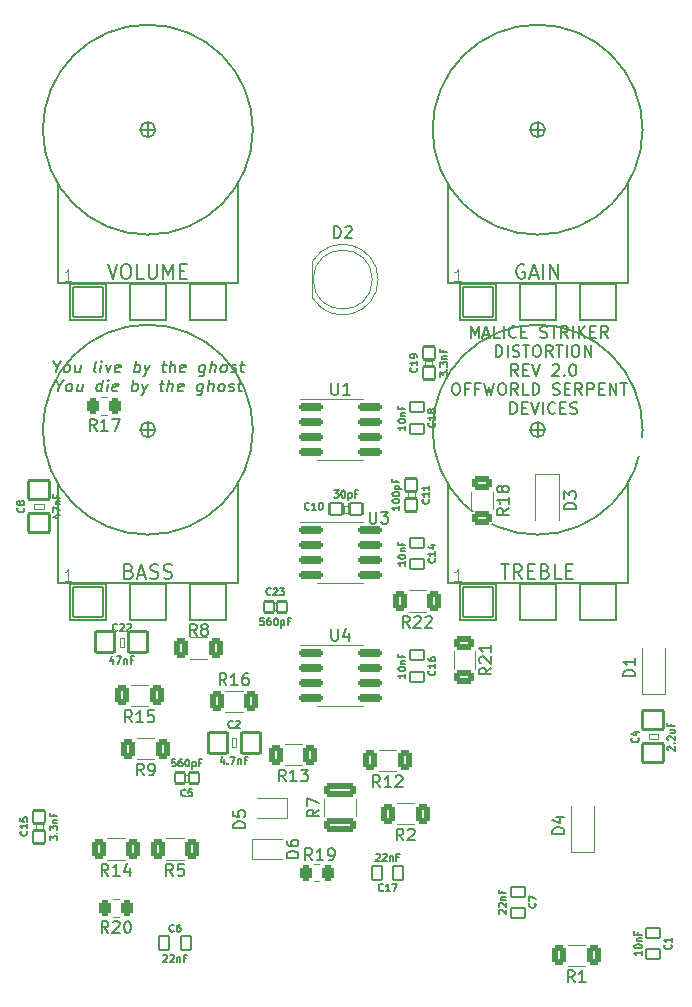
<source format=gto>
G04 #@! TF.GenerationSoftware,KiCad,Pcbnew,(6.0.4)*
G04 #@! TF.CreationDate,2022-04-21T02:31:35-04:00*
G04 #@! TF.ProjectId,malice-striker-v2-2,6d616c69-6365-42d7-9374-72696b65722d,rev?*
G04 #@! TF.SameCoordinates,Original*
G04 #@! TF.FileFunction,Legend,Top*
G04 #@! TF.FilePolarity,Positive*
%FSLAX46Y46*%
G04 Gerber Fmt 4.6, Leading zero omitted, Abs format (unit mm)*
G04 Created by KiCad (PCBNEW (6.0.4)) date 2022-04-21 02:31:35*
%MOMM*%
%LPD*%
G01*
G04 APERTURE LIST*
G04 Aperture macros list*
%AMRoundRect*
0 Rectangle with rounded corners*
0 $1 Rounding radius*
0 $2 $3 $4 $5 $6 $7 $8 $9 X,Y pos of 4 corners*
0 Add a 4 corners polygon primitive as box body*
4,1,4,$2,$3,$4,$5,$6,$7,$8,$9,$2,$3,0*
0 Add four circle primitives for the rounded corners*
1,1,$1+$1,$2,$3*
1,1,$1+$1,$4,$5*
1,1,$1+$1,$6,$7*
1,1,$1+$1,$8,$9*
0 Add four rect primitives between the rounded corners*
20,1,$1+$1,$2,$3,$4,$5,0*
20,1,$1+$1,$4,$5,$6,$7,0*
20,1,$1+$1,$6,$7,$8,$9,0*
20,1,$1+$1,$8,$9,$2,$3,0*%
G04 Aperture macros list end*
%ADD10C,0.150000*%
%ADD11C,0.152400*%
%ADD12C,0.121920*%
%ADD13C,0.127000*%
%ADD14C,0.120000*%
%ADD15C,0.066040*%
%ADD16R,1.800000X1.800000*%
%ADD17C,1.800000*%
%ADD18RoundRect,0.101600X1.270000X1.270000X-1.270000X1.270000X-1.270000X-1.270000X1.270000X-1.270000X0*%
%ADD19C,2.743200*%
%ADD20RoundRect,0.101600X-0.599440X0.398780X-0.599440X-0.398780X0.599440X-0.398780X0.599440X0.398780X0*%
%ADD21RoundRect,0.101600X-0.798830X-0.899160X0.798830X-0.899160X0.798830X0.899160X-0.798830X0.899160X0*%
%ADD22RoundRect,0.101600X0.899160X-0.798830X0.899160X0.798830X-0.899160X0.798830X-0.899160X-0.798830X0*%
%ADD23RoundRect,0.101600X0.424180X0.449580X-0.424180X0.449580X-0.424180X-0.449580X0.424180X-0.449580X0*%
%ADD24RoundRect,0.101600X-0.398780X-0.599440X0.398780X-0.599440X0.398780X0.599440X-0.398780X0.599440X0*%
%ADD25RoundRect,0.101600X0.549910X0.499110X-0.549910X0.499110X-0.549910X-0.499110X0.549910X-0.499110X0*%
%ADD26RoundRect,0.101600X-0.499110X0.549910X-0.499110X-0.549910X0.499110X-0.549910X0.499110X0.549910X0*%
%ADD27RoundRect,0.101600X0.499110X-0.549910X0.499110X0.549910X-0.499110X0.549910X-0.499110X-0.549910X0*%
%ADD28RoundRect,0.101600X0.398780X0.599440X-0.398780X0.599440X-0.398780X-0.599440X0.398780X-0.599440X0*%
%ADD29RoundRect,0.101600X-0.424180X-0.449580X0.424180X-0.449580X0.424180X0.449580X-0.424180X0.449580X0*%
%ADD30R,1.200000X0.900000*%
%ADD31R,0.500000X0.500000*%
%ADD32RoundRect,0.250000X0.312500X0.625000X-0.312500X0.625000X-0.312500X-0.625000X0.312500X-0.625000X0*%
%ADD33RoundRect,0.250000X1.075000X-0.312500X1.075000X0.312500X-1.075000X0.312500X-1.075000X-0.312500X0*%
%ADD34RoundRect,0.250000X-0.312500X-0.625000X0.312500X-0.625000X0.312500X0.625000X-0.312500X0.625000X0*%
%ADD35RoundRect,0.250000X0.262500X0.450000X-0.262500X0.450000X-0.262500X-0.450000X0.262500X-0.450000X0*%
%ADD36RoundRect,0.250000X-0.625000X0.312500X-0.625000X-0.312500X0.625000X-0.312500X0.625000X0.312500X0*%
%ADD37RoundRect,0.250000X-0.262500X-0.450000X0.262500X-0.450000X0.262500X0.450000X-0.262500X0.450000X0*%
%ADD38RoundRect,0.150000X-0.825000X-0.150000X0.825000X-0.150000X0.825000X0.150000X-0.825000X0.150000X0*%
%ADD39R,2.290000X3.000000*%
%ADD40R,1.600000X1.600000*%
%ADD41C,1.600000*%
%ADD42R,1.700000X1.700000*%
%ADD43O,1.700000X1.700000*%
%ADD44C,2.400000*%
%ADD45O,2.400000X2.400000*%
%ADD46O,1.600000X1.600000*%
%ADD47C,1.440000*%
G04 APERTURE END LIST*
D10*
X57033333Y-46732380D02*
X57033333Y-45732380D01*
X57366666Y-46446666D01*
X57700000Y-45732380D01*
X57700000Y-46732380D01*
X58128571Y-46446666D02*
X58604761Y-46446666D01*
X58033333Y-46732380D02*
X58366666Y-45732380D01*
X58700000Y-46732380D01*
X59509523Y-46732380D02*
X59033333Y-46732380D01*
X59033333Y-45732380D01*
X59842857Y-46732380D02*
X59842857Y-45732380D01*
X60890476Y-46637142D02*
X60842857Y-46684761D01*
X60700000Y-46732380D01*
X60604761Y-46732380D01*
X60461904Y-46684761D01*
X60366666Y-46589523D01*
X60319047Y-46494285D01*
X60271428Y-46303809D01*
X60271428Y-46160952D01*
X60319047Y-45970476D01*
X60366666Y-45875238D01*
X60461904Y-45780000D01*
X60604761Y-45732380D01*
X60700000Y-45732380D01*
X60842857Y-45780000D01*
X60890476Y-45827619D01*
X61319047Y-46208571D02*
X61652380Y-46208571D01*
X61795238Y-46732380D02*
X61319047Y-46732380D01*
X61319047Y-45732380D01*
X61795238Y-45732380D01*
X62938095Y-46684761D02*
X63080952Y-46732380D01*
X63319047Y-46732380D01*
X63414285Y-46684761D01*
X63461904Y-46637142D01*
X63509523Y-46541904D01*
X63509523Y-46446666D01*
X63461904Y-46351428D01*
X63414285Y-46303809D01*
X63319047Y-46256190D01*
X63128571Y-46208571D01*
X63033333Y-46160952D01*
X62985714Y-46113333D01*
X62938095Y-46018095D01*
X62938095Y-45922857D01*
X62985714Y-45827619D01*
X63033333Y-45780000D01*
X63128571Y-45732380D01*
X63366666Y-45732380D01*
X63509523Y-45780000D01*
X63795238Y-45732380D02*
X64366666Y-45732380D01*
X64080952Y-46732380D02*
X64080952Y-45732380D01*
X65271428Y-46732380D02*
X64938095Y-46256190D01*
X64700000Y-46732380D02*
X64700000Y-45732380D01*
X65080952Y-45732380D01*
X65176190Y-45780000D01*
X65223809Y-45827619D01*
X65271428Y-45922857D01*
X65271428Y-46065714D01*
X65223809Y-46160952D01*
X65176190Y-46208571D01*
X65080952Y-46256190D01*
X64700000Y-46256190D01*
X65700000Y-46732380D02*
X65700000Y-45732380D01*
X66176190Y-46732380D02*
X66176190Y-45732380D01*
X66747619Y-46732380D02*
X66319047Y-46160952D01*
X66747619Y-45732380D02*
X66176190Y-46303809D01*
X67176190Y-46208571D02*
X67509523Y-46208571D01*
X67652380Y-46732380D02*
X67176190Y-46732380D01*
X67176190Y-45732380D01*
X67652380Y-45732380D01*
X68652380Y-46732380D02*
X68319047Y-46256190D01*
X68080952Y-46732380D02*
X68080952Y-45732380D01*
X68461904Y-45732380D01*
X68557142Y-45780000D01*
X68604761Y-45827619D01*
X68652380Y-45922857D01*
X68652380Y-46065714D01*
X68604761Y-46160952D01*
X68557142Y-46208571D01*
X68461904Y-46256190D01*
X68080952Y-46256190D01*
X59152380Y-48342380D02*
X59152380Y-47342380D01*
X59390476Y-47342380D01*
X59533333Y-47390000D01*
X59628571Y-47485238D01*
X59676190Y-47580476D01*
X59723809Y-47770952D01*
X59723809Y-47913809D01*
X59676190Y-48104285D01*
X59628571Y-48199523D01*
X59533333Y-48294761D01*
X59390476Y-48342380D01*
X59152380Y-48342380D01*
X60152380Y-48342380D02*
X60152380Y-47342380D01*
X60580952Y-48294761D02*
X60723809Y-48342380D01*
X60961904Y-48342380D01*
X61057142Y-48294761D01*
X61104761Y-48247142D01*
X61152380Y-48151904D01*
X61152380Y-48056666D01*
X61104761Y-47961428D01*
X61057142Y-47913809D01*
X60961904Y-47866190D01*
X60771428Y-47818571D01*
X60676190Y-47770952D01*
X60628571Y-47723333D01*
X60580952Y-47628095D01*
X60580952Y-47532857D01*
X60628571Y-47437619D01*
X60676190Y-47390000D01*
X60771428Y-47342380D01*
X61009523Y-47342380D01*
X61152380Y-47390000D01*
X61438095Y-47342380D02*
X62009523Y-47342380D01*
X61723809Y-48342380D02*
X61723809Y-47342380D01*
X62533333Y-47342380D02*
X62723809Y-47342380D01*
X62819047Y-47390000D01*
X62914285Y-47485238D01*
X62961904Y-47675714D01*
X62961904Y-48009047D01*
X62914285Y-48199523D01*
X62819047Y-48294761D01*
X62723809Y-48342380D01*
X62533333Y-48342380D01*
X62438095Y-48294761D01*
X62342857Y-48199523D01*
X62295238Y-48009047D01*
X62295238Y-47675714D01*
X62342857Y-47485238D01*
X62438095Y-47390000D01*
X62533333Y-47342380D01*
X63961904Y-48342380D02*
X63628571Y-47866190D01*
X63390476Y-48342380D02*
X63390476Y-47342380D01*
X63771428Y-47342380D01*
X63866666Y-47390000D01*
X63914285Y-47437619D01*
X63961904Y-47532857D01*
X63961904Y-47675714D01*
X63914285Y-47770952D01*
X63866666Y-47818571D01*
X63771428Y-47866190D01*
X63390476Y-47866190D01*
X64247619Y-47342380D02*
X64819047Y-47342380D01*
X64533333Y-48342380D02*
X64533333Y-47342380D01*
X65152380Y-48342380D02*
X65152380Y-47342380D01*
X65819047Y-47342380D02*
X66009523Y-47342380D01*
X66104761Y-47390000D01*
X66200000Y-47485238D01*
X66247619Y-47675714D01*
X66247619Y-48009047D01*
X66200000Y-48199523D01*
X66104761Y-48294761D01*
X66009523Y-48342380D01*
X65819047Y-48342380D01*
X65723809Y-48294761D01*
X65628571Y-48199523D01*
X65580952Y-48009047D01*
X65580952Y-47675714D01*
X65628571Y-47485238D01*
X65723809Y-47390000D01*
X65819047Y-47342380D01*
X66676190Y-48342380D02*
X66676190Y-47342380D01*
X67247619Y-48342380D01*
X67247619Y-47342380D01*
X61057142Y-49952380D02*
X60723809Y-49476190D01*
X60485714Y-49952380D02*
X60485714Y-48952380D01*
X60866666Y-48952380D01*
X60961904Y-49000000D01*
X61009523Y-49047619D01*
X61057142Y-49142857D01*
X61057142Y-49285714D01*
X61009523Y-49380952D01*
X60961904Y-49428571D01*
X60866666Y-49476190D01*
X60485714Y-49476190D01*
X61485714Y-49428571D02*
X61819047Y-49428571D01*
X61961904Y-49952380D02*
X61485714Y-49952380D01*
X61485714Y-48952380D01*
X61961904Y-48952380D01*
X62247619Y-48952380D02*
X62580952Y-49952380D01*
X62914285Y-48952380D01*
X63961904Y-49047619D02*
X64009523Y-49000000D01*
X64104761Y-48952380D01*
X64342857Y-48952380D01*
X64438095Y-49000000D01*
X64485714Y-49047619D01*
X64533333Y-49142857D01*
X64533333Y-49238095D01*
X64485714Y-49380952D01*
X63914285Y-49952380D01*
X64533333Y-49952380D01*
X64961904Y-49857142D02*
X65009523Y-49904761D01*
X64961904Y-49952380D01*
X64914285Y-49904761D01*
X64961904Y-49857142D01*
X64961904Y-49952380D01*
X65628571Y-48952380D02*
X65723809Y-48952380D01*
X65819047Y-49000000D01*
X65866666Y-49047619D01*
X65914285Y-49142857D01*
X65961904Y-49333333D01*
X65961904Y-49571428D01*
X65914285Y-49761904D01*
X65866666Y-49857142D01*
X65819047Y-49904761D01*
X65723809Y-49952380D01*
X65628571Y-49952380D01*
X65533333Y-49904761D01*
X65485714Y-49857142D01*
X65438095Y-49761904D01*
X65390476Y-49571428D01*
X65390476Y-49333333D01*
X65438095Y-49142857D01*
X65485714Y-49047619D01*
X65533333Y-49000000D01*
X65628571Y-48952380D01*
X55699999Y-50562380D02*
X55890476Y-50562380D01*
X55985714Y-50610000D01*
X56080952Y-50705238D01*
X56128571Y-50895714D01*
X56128571Y-51229047D01*
X56080952Y-51419523D01*
X55985714Y-51514761D01*
X55890476Y-51562380D01*
X55699999Y-51562380D01*
X55604761Y-51514761D01*
X55509523Y-51419523D01*
X55461904Y-51229047D01*
X55461904Y-50895714D01*
X55509523Y-50705238D01*
X55604761Y-50610000D01*
X55699999Y-50562380D01*
X56890476Y-51038571D02*
X56557142Y-51038571D01*
X56557142Y-51562380D02*
X56557142Y-50562380D01*
X57033333Y-50562380D01*
X57747619Y-51038571D02*
X57414285Y-51038571D01*
X57414285Y-51562380D02*
X57414285Y-50562380D01*
X57890476Y-50562380D01*
X58176190Y-50562380D02*
X58414285Y-51562380D01*
X58604761Y-50848095D01*
X58795238Y-51562380D01*
X59033333Y-50562380D01*
X59604761Y-50562380D02*
X59795238Y-50562380D01*
X59890476Y-50610000D01*
X59985714Y-50705238D01*
X60033333Y-50895714D01*
X60033333Y-51229047D01*
X59985714Y-51419523D01*
X59890476Y-51514761D01*
X59795238Y-51562380D01*
X59604761Y-51562380D01*
X59509523Y-51514761D01*
X59414285Y-51419523D01*
X59366666Y-51229047D01*
X59366666Y-50895714D01*
X59414285Y-50705238D01*
X59509523Y-50610000D01*
X59604761Y-50562380D01*
X61033333Y-51562380D02*
X60699999Y-51086190D01*
X60461904Y-51562380D02*
X60461904Y-50562380D01*
X60842857Y-50562380D01*
X60938095Y-50610000D01*
X60985714Y-50657619D01*
X61033333Y-50752857D01*
X61033333Y-50895714D01*
X60985714Y-50990952D01*
X60938095Y-51038571D01*
X60842857Y-51086190D01*
X60461904Y-51086190D01*
X61938095Y-51562380D02*
X61461904Y-51562380D01*
X61461904Y-50562380D01*
X62271428Y-51562380D02*
X62271428Y-50562380D01*
X62509523Y-50562380D01*
X62652380Y-50610000D01*
X62747619Y-50705238D01*
X62795238Y-50800476D01*
X62842857Y-50990952D01*
X62842857Y-51133809D01*
X62795238Y-51324285D01*
X62747619Y-51419523D01*
X62652380Y-51514761D01*
X62509523Y-51562380D01*
X62271428Y-51562380D01*
X63985714Y-51514761D02*
X64128571Y-51562380D01*
X64366666Y-51562380D01*
X64461904Y-51514761D01*
X64509523Y-51467142D01*
X64557142Y-51371904D01*
X64557142Y-51276666D01*
X64509523Y-51181428D01*
X64461904Y-51133809D01*
X64366666Y-51086190D01*
X64176190Y-51038571D01*
X64080952Y-50990952D01*
X64033333Y-50943333D01*
X63985714Y-50848095D01*
X63985714Y-50752857D01*
X64033333Y-50657619D01*
X64080952Y-50610000D01*
X64176190Y-50562380D01*
X64414285Y-50562380D01*
X64557142Y-50610000D01*
X64985714Y-51038571D02*
X65319047Y-51038571D01*
X65461904Y-51562380D02*
X64985714Y-51562380D01*
X64985714Y-50562380D01*
X65461904Y-50562380D01*
X66461904Y-51562380D02*
X66128571Y-51086190D01*
X65890476Y-51562380D02*
X65890476Y-50562380D01*
X66271428Y-50562380D01*
X66366666Y-50610000D01*
X66414285Y-50657619D01*
X66461904Y-50752857D01*
X66461904Y-50895714D01*
X66414285Y-50990952D01*
X66366666Y-51038571D01*
X66271428Y-51086190D01*
X65890476Y-51086190D01*
X66890476Y-51562380D02*
X66890476Y-50562380D01*
X67271428Y-50562380D01*
X67366666Y-50610000D01*
X67414285Y-50657619D01*
X67461904Y-50752857D01*
X67461904Y-50895714D01*
X67414285Y-50990952D01*
X67366666Y-51038571D01*
X67271428Y-51086190D01*
X66890476Y-51086190D01*
X67890476Y-51038571D02*
X68223809Y-51038571D01*
X68366666Y-51562380D02*
X67890476Y-51562380D01*
X67890476Y-50562380D01*
X68366666Y-50562380D01*
X68795238Y-51562380D02*
X68795238Y-50562380D01*
X69366666Y-51562380D01*
X69366666Y-50562380D01*
X69700000Y-50562380D02*
X70271428Y-50562380D01*
X69985714Y-51562380D02*
X69985714Y-50562380D01*
X60390476Y-53172380D02*
X60390476Y-52172380D01*
X60628571Y-52172380D01*
X60771428Y-52220000D01*
X60866666Y-52315238D01*
X60914285Y-52410476D01*
X60961904Y-52600952D01*
X60961904Y-52743809D01*
X60914285Y-52934285D01*
X60866666Y-53029523D01*
X60771428Y-53124761D01*
X60628571Y-53172380D01*
X60390476Y-53172380D01*
X61390476Y-52648571D02*
X61723809Y-52648571D01*
X61866666Y-53172380D02*
X61390476Y-53172380D01*
X61390476Y-52172380D01*
X61866666Y-52172380D01*
X62152380Y-52172380D02*
X62485714Y-53172380D01*
X62819047Y-52172380D01*
X63152380Y-53172380D02*
X63152380Y-52172380D01*
X64200000Y-53077142D02*
X64152380Y-53124761D01*
X64009523Y-53172380D01*
X63914285Y-53172380D01*
X63771428Y-53124761D01*
X63676190Y-53029523D01*
X63628571Y-52934285D01*
X63580952Y-52743809D01*
X63580952Y-52600952D01*
X63628571Y-52410476D01*
X63676190Y-52315238D01*
X63771428Y-52220000D01*
X63914285Y-52172380D01*
X64009523Y-52172380D01*
X64152380Y-52220000D01*
X64200000Y-52267619D01*
X64628571Y-52648571D02*
X64961904Y-52648571D01*
X65104761Y-53172380D02*
X64628571Y-53172380D01*
X64628571Y-52172380D01*
X65104761Y-52172380D01*
X65485714Y-53124761D02*
X65628571Y-53172380D01*
X65866666Y-53172380D01*
X65961904Y-53124761D01*
X66009523Y-53077142D01*
X66057142Y-52981904D01*
X66057142Y-52886666D01*
X66009523Y-52791428D01*
X65961904Y-52743809D01*
X65866666Y-52696190D01*
X65676190Y-52648571D01*
X65580952Y-52600952D01*
X65533333Y-52553333D01*
X65485714Y-52458095D01*
X65485714Y-52362857D01*
X65533333Y-52267619D01*
X65580952Y-52220000D01*
X65676190Y-52172380D01*
X65914285Y-52172380D01*
X66057142Y-52220000D01*
X21979136Y-49171190D02*
X21919613Y-49647380D01*
X21711279Y-48647380D02*
X21979136Y-49171190D01*
X22377946Y-48647380D01*
X22729136Y-49647380D02*
X22639851Y-49599761D01*
X22598184Y-49552142D01*
X22562470Y-49456904D01*
X22598184Y-49171190D01*
X22657708Y-49075952D01*
X22711279Y-49028333D01*
X22812470Y-48980714D01*
X22955327Y-48980714D01*
X23044613Y-49028333D01*
X23086279Y-49075952D01*
X23121994Y-49171190D01*
X23086279Y-49456904D01*
X23026755Y-49552142D01*
X22973184Y-49599761D01*
X22871994Y-49647380D01*
X22729136Y-49647380D01*
X24002946Y-48980714D02*
X23919613Y-49647380D01*
X23574374Y-48980714D02*
X23508898Y-49504523D01*
X23544613Y-49599761D01*
X23633898Y-49647380D01*
X23776755Y-49647380D01*
X23877946Y-49599761D01*
X23931517Y-49552142D01*
X25300565Y-49647380D02*
X25211279Y-49599761D01*
X25175565Y-49504523D01*
X25282708Y-48647380D01*
X25681517Y-49647380D02*
X25764851Y-48980714D01*
X25806517Y-48647380D02*
X25752946Y-48695000D01*
X25794613Y-48742619D01*
X25848184Y-48695000D01*
X25806517Y-48647380D01*
X25794613Y-48742619D01*
X26145803Y-48980714D02*
X26300565Y-49647380D01*
X26621994Y-48980714D01*
X27306517Y-49599761D02*
X27205327Y-49647380D01*
X27014851Y-49647380D01*
X26925565Y-49599761D01*
X26889851Y-49504523D01*
X26937470Y-49123571D01*
X26996994Y-49028333D01*
X27098184Y-48980714D01*
X27288660Y-48980714D01*
X27377946Y-49028333D01*
X27413660Y-49123571D01*
X27401755Y-49218809D01*
X26913660Y-49314047D01*
X28538660Y-49647380D02*
X28663660Y-48647380D01*
X28616041Y-49028333D02*
X28717232Y-48980714D01*
X28907708Y-48980714D01*
X28996994Y-49028333D01*
X29038660Y-49075952D01*
X29074375Y-49171190D01*
X29038660Y-49456904D01*
X28979136Y-49552142D01*
X28925565Y-49599761D01*
X28824374Y-49647380D01*
X28633898Y-49647380D01*
X28544613Y-49599761D01*
X29431517Y-48980714D02*
X29586279Y-49647380D01*
X29907708Y-48980714D02*
X29586279Y-49647380D01*
X29461279Y-49885476D01*
X29407708Y-49933095D01*
X29306517Y-49980714D01*
X30907708Y-48980714D02*
X31288660Y-48980714D01*
X31092232Y-48647380D02*
X30985089Y-49504523D01*
X31020803Y-49599761D01*
X31110089Y-49647380D01*
X31205327Y-49647380D01*
X31538660Y-49647380D02*
X31663660Y-48647380D01*
X31967232Y-49647380D02*
X32032708Y-49123571D01*
X31996994Y-49028333D01*
X31907708Y-48980714D01*
X31764851Y-48980714D01*
X31663660Y-49028333D01*
X31610089Y-49075952D01*
X32830327Y-49599761D02*
X32729136Y-49647380D01*
X32538660Y-49647380D01*
X32449374Y-49599761D01*
X32413660Y-49504523D01*
X32461279Y-49123571D01*
X32520803Y-49028333D01*
X32621994Y-48980714D01*
X32812470Y-48980714D01*
X32901755Y-49028333D01*
X32937470Y-49123571D01*
X32925565Y-49218809D01*
X32437470Y-49314047D01*
X34574374Y-48980714D02*
X34473184Y-49790238D01*
X34413660Y-49885476D01*
X34360089Y-49933095D01*
X34258898Y-49980714D01*
X34116041Y-49980714D01*
X34026755Y-49933095D01*
X34496994Y-49599761D02*
X34395803Y-49647380D01*
X34205327Y-49647380D01*
X34116041Y-49599761D01*
X34074375Y-49552142D01*
X34038660Y-49456904D01*
X34074374Y-49171190D01*
X34133898Y-49075952D01*
X34187470Y-49028333D01*
X34288660Y-48980714D01*
X34479136Y-48980714D01*
X34568422Y-49028333D01*
X34967232Y-49647380D02*
X35092232Y-48647380D01*
X35395803Y-49647380D02*
X35461279Y-49123571D01*
X35425565Y-49028333D01*
X35336279Y-48980714D01*
X35193422Y-48980714D01*
X35092232Y-49028333D01*
X35038660Y-49075952D01*
X36014851Y-49647380D02*
X35925565Y-49599761D01*
X35883898Y-49552142D01*
X35848184Y-49456904D01*
X35883898Y-49171190D01*
X35943422Y-49075952D01*
X35996994Y-49028333D01*
X36098184Y-48980714D01*
X36241041Y-48980714D01*
X36330327Y-49028333D01*
X36371994Y-49075952D01*
X36407708Y-49171190D01*
X36371994Y-49456904D01*
X36312470Y-49552142D01*
X36258898Y-49599761D01*
X36157708Y-49647380D01*
X36014851Y-49647380D01*
X36735089Y-49599761D02*
X36824374Y-49647380D01*
X37014851Y-49647380D01*
X37116041Y-49599761D01*
X37175565Y-49504523D01*
X37181517Y-49456904D01*
X37145803Y-49361666D01*
X37056517Y-49314047D01*
X36913660Y-49314047D01*
X36824375Y-49266428D01*
X36788660Y-49171190D01*
X36794613Y-49123571D01*
X36854136Y-49028333D01*
X36955327Y-48980714D01*
X37098184Y-48980714D01*
X37187470Y-49028333D01*
X37526755Y-48980714D02*
X37907708Y-48980714D01*
X37711279Y-48647380D02*
X37604136Y-49504523D01*
X37639851Y-49599761D01*
X37729136Y-49647380D01*
X37824374Y-49647380D01*
X22169613Y-50781190D02*
X22110089Y-51257380D01*
X21901755Y-50257380D02*
X22169613Y-50781190D01*
X22568422Y-50257380D01*
X22919613Y-51257380D02*
X22830327Y-51209761D01*
X22788660Y-51162142D01*
X22752946Y-51066904D01*
X22788660Y-50781190D01*
X22848184Y-50685952D01*
X22901755Y-50638333D01*
X23002946Y-50590714D01*
X23145803Y-50590714D01*
X23235089Y-50638333D01*
X23276755Y-50685952D01*
X23312470Y-50781190D01*
X23276755Y-51066904D01*
X23217232Y-51162142D01*
X23163660Y-51209761D01*
X23062470Y-51257380D01*
X22919613Y-51257380D01*
X24193422Y-50590714D02*
X24110089Y-51257380D01*
X23764851Y-50590714D02*
X23699374Y-51114523D01*
X23735089Y-51209761D01*
X23824374Y-51257380D01*
X23967232Y-51257380D01*
X24068422Y-51209761D01*
X24121994Y-51162142D01*
X25776755Y-51257380D02*
X25901755Y-50257380D01*
X25782708Y-51209761D02*
X25681517Y-51257380D01*
X25491041Y-51257380D01*
X25401755Y-51209761D01*
X25360089Y-51162142D01*
X25324374Y-51066904D01*
X25360089Y-50781190D01*
X25419613Y-50685952D01*
X25473184Y-50638333D01*
X25574374Y-50590714D01*
X25764851Y-50590714D01*
X25854136Y-50638333D01*
X26252946Y-51257380D02*
X26336279Y-50590714D01*
X26377946Y-50257380D02*
X26324374Y-50305000D01*
X26366041Y-50352619D01*
X26419613Y-50305000D01*
X26377946Y-50257380D01*
X26366041Y-50352619D01*
X27116041Y-51209761D02*
X27014851Y-51257380D01*
X26824374Y-51257380D01*
X26735089Y-51209761D01*
X26699374Y-51114523D01*
X26746994Y-50733571D01*
X26806517Y-50638333D01*
X26907708Y-50590714D01*
X27098184Y-50590714D01*
X27187470Y-50638333D01*
X27223184Y-50733571D01*
X27211279Y-50828809D01*
X26723184Y-50924047D01*
X28348184Y-51257380D02*
X28473184Y-50257380D01*
X28425565Y-50638333D02*
X28526755Y-50590714D01*
X28717232Y-50590714D01*
X28806517Y-50638333D01*
X28848184Y-50685952D01*
X28883898Y-50781190D01*
X28848184Y-51066904D01*
X28788660Y-51162142D01*
X28735089Y-51209761D01*
X28633898Y-51257380D01*
X28443422Y-51257380D01*
X28354136Y-51209761D01*
X29241041Y-50590714D02*
X29395803Y-51257380D01*
X29717232Y-50590714D02*
X29395803Y-51257380D01*
X29270803Y-51495476D01*
X29217232Y-51543095D01*
X29116041Y-51590714D01*
X30717232Y-50590714D02*
X31098184Y-50590714D01*
X30901755Y-50257380D02*
X30794613Y-51114523D01*
X30830327Y-51209761D01*
X30919613Y-51257380D01*
X31014851Y-51257380D01*
X31348184Y-51257380D02*
X31473184Y-50257380D01*
X31776755Y-51257380D02*
X31842232Y-50733571D01*
X31806517Y-50638333D01*
X31717232Y-50590714D01*
X31574374Y-50590714D01*
X31473184Y-50638333D01*
X31419613Y-50685952D01*
X32639851Y-51209761D02*
X32538660Y-51257380D01*
X32348184Y-51257380D01*
X32258898Y-51209761D01*
X32223184Y-51114523D01*
X32270803Y-50733571D01*
X32330327Y-50638333D01*
X32431517Y-50590714D01*
X32621994Y-50590714D01*
X32711279Y-50638333D01*
X32746994Y-50733571D01*
X32735089Y-50828809D01*
X32246994Y-50924047D01*
X34383898Y-50590714D02*
X34282708Y-51400238D01*
X34223184Y-51495476D01*
X34169613Y-51543095D01*
X34068422Y-51590714D01*
X33925565Y-51590714D01*
X33836279Y-51543095D01*
X34306517Y-51209761D02*
X34205327Y-51257380D01*
X34014851Y-51257380D01*
X33925565Y-51209761D01*
X33883898Y-51162142D01*
X33848184Y-51066904D01*
X33883898Y-50781190D01*
X33943422Y-50685952D01*
X33996994Y-50638333D01*
X34098184Y-50590714D01*
X34288660Y-50590714D01*
X34377946Y-50638333D01*
X34776755Y-51257380D02*
X34901755Y-50257380D01*
X35205327Y-51257380D02*
X35270803Y-50733571D01*
X35235089Y-50638333D01*
X35145803Y-50590714D01*
X35002946Y-50590714D01*
X34901755Y-50638333D01*
X34848184Y-50685952D01*
X35824374Y-51257380D02*
X35735089Y-51209761D01*
X35693422Y-51162142D01*
X35657708Y-51066904D01*
X35693422Y-50781190D01*
X35752946Y-50685952D01*
X35806517Y-50638333D01*
X35907708Y-50590714D01*
X36050565Y-50590714D01*
X36139851Y-50638333D01*
X36181517Y-50685952D01*
X36217232Y-50781190D01*
X36181517Y-51066904D01*
X36121994Y-51162142D01*
X36068422Y-51209761D01*
X35967232Y-51257380D01*
X35824374Y-51257380D01*
X36544613Y-51209761D02*
X36633898Y-51257380D01*
X36824374Y-51257380D01*
X36925565Y-51209761D01*
X36985089Y-51114523D01*
X36991041Y-51066904D01*
X36955327Y-50971666D01*
X36866041Y-50924047D01*
X36723184Y-50924047D01*
X36633898Y-50876428D01*
X36598184Y-50781190D01*
X36604136Y-50733571D01*
X36663660Y-50638333D01*
X36764851Y-50590714D01*
X36907708Y-50590714D01*
X36996994Y-50638333D01*
X37336279Y-50590714D02*
X37717232Y-50590714D01*
X37520803Y-50257380D02*
X37413660Y-51114523D01*
X37449374Y-51209761D01*
X37538660Y-51257380D01*
X37633898Y-51257380D01*
X45461904Y-38282380D02*
X45461904Y-37282380D01*
X45700000Y-37282380D01*
X45842857Y-37330000D01*
X45938095Y-37425238D01*
X45985714Y-37520476D01*
X46033333Y-37710952D01*
X46033333Y-37853809D01*
X45985714Y-38044285D01*
X45938095Y-38139523D01*
X45842857Y-38234761D01*
X45700000Y-38282380D01*
X45461904Y-38282380D01*
X46414285Y-37377619D02*
X46461904Y-37330000D01*
X46557142Y-37282380D01*
X46795238Y-37282380D01*
X46890476Y-37330000D01*
X46938095Y-37377619D01*
X46985714Y-37472857D01*
X46985714Y-37568095D01*
X46938095Y-37710952D01*
X46366666Y-38282380D01*
X46985714Y-38282380D01*
D11*
X28120059Y-66473821D02*
X28292416Y-66531273D01*
X28349869Y-66588726D01*
X28407321Y-66703630D01*
X28407321Y-66875988D01*
X28349869Y-66990892D01*
X28292416Y-67048345D01*
X28177511Y-67105797D01*
X27717892Y-67105797D01*
X27717892Y-65899297D01*
X28120059Y-65899297D01*
X28234964Y-65956750D01*
X28292416Y-66014202D01*
X28349869Y-66129107D01*
X28349869Y-66244011D01*
X28292416Y-66358916D01*
X28234964Y-66416369D01*
X28120059Y-66473821D01*
X27717892Y-66473821D01*
X28866940Y-66761083D02*
X29441464Y-66761083D01*
X28752035Y-67105797D02*
X29154202Y-65899297D01*
X29556369Y-67105797D01*
X29901083Y-67048345D02*
X30073440Y-67105797D01*
X30360702Y-67105797D01*
X30475607Y-67048345D01*
X30533059Y-66990892D01*
X30590511Y-66875988D01*
X30590511Y-66761083D01*
X30533059Y-66646178D01*
X30475607Y-66588726D01*
X30360702Y-66531273D01*
X30130892Y-66473821D01*
X30015988Y-66416369D01*
X29958535Y-66358916D01*
X29901083Y-66244011D01*
X29901083Y-66129107D01*
X29958535Y-66014202D01*
X30015988Y-65956750D01*
X30130892Y-65899297D01*
X30418154Y-65899297D01*
X30590511Y-65956750D01*
X31050130Y-67048345D02*
X31222488Y-67105797D01*
X31509750Y-67105797D01*
X31624654Y-67048345D01*
X31682107Y-66990892D01*
X31739559Y-66875988D01*
X31739559Y-66761083D01*
X31682107Y-66646178D01*
X31624654Y-66588726D01*
X31509750Y-66531273D01*
X31279940Y-66473821D01*
X31165035Y-66416369D01*
X31107583Y-66358916D01*
X31050130Y-66244011D01*
X31050130Y-66129107D01*
X31107583Y-66014202D01*
X31165035Y-65956750D01*
X31279940Y-65899297D01*
X31567202Y-65899297D01*
X31739559Y-65956750D01*
D12*
X23213904Y-67276038D02*
X22662361Y-67276038D01*
X22938132Y-67276038D02*
X22938132Y-66310838D01*
X22846209Y-66448723D01*
X22754285Y-66540647D01*
X22662361Y-66586609D01*
D13*
X73987714Y-98101600D02*
X74016742Y-98130628D01*
X74045771Y-98217714D01*
X74045771Y-98275771D01*
X74016742Y-98362857D01*
X73958685Y-98420914D01*
X73900628Y-98449942D01*
X73784514Y-98478971D01*
X73697428Y-98478971D01*
X73581314Y-98449942D01*
X73523257Y-98420914D01*
X73465200Y-98362857D01*
X73436171Y-98275771D01*
X73436171Y-98217714D01*
X73465200Y-98130628D01*
X73494228Y-98101600D01*
X74045771Y-97521028D02*
X74045771Y-97869371D01*
X74045771Y-97695200D02*
X73436171Y-97695200D01*
X73523257Y-97753257D01*
X73581314Y-97811314D01*
X73610342Y-97869371D01*
X71505771Y-98653142D02*
X71505771Y-99001485D01*
X71505771Y-98827314D02*
X70896171Y-98827314D01*
X70983257Y-98885371D01*
X71041314Y-98943428D01*
X71070342Y-99001485D01*
X70896171Y-98275771D02*
X70896171Y-98217714D01*
X70925200Y-98159657D01*
X70954228Y-98130628D01*
X71012285Y-98101600D01*
X71128400Y-98072571D01*
X71273542Y-98072571D01*
X71389657Y-98101600D01*
X71447714Y-98130628D01*
X71476742Y-98159657D01*
X71505771Y-98217714D01*
X71505771Y-98275771D01*
X71476742Y-98333828D01*
X71447714Y-98362857D01*
X71389657Y-98391885D01*
X71273542Y-98420914D01*
X71128400Y-98420914D01*
X71012285Y-98391885D01*
X70954228Y-98362857D01*
X70925200Y-98333828D01*
X70896171Y-98275771D01*
X71099371Y-97811314D02*
X71505771Y-97811314D01*
X71157428Y-97811314D02*
X71128400Y-97782285D01*
X71099371Y-97724228D01*
X71099371Y-97637142D01*
X71128400Y-97579085D01*
X71186457Y-97550057D01*
X71505771Y-97550057D01*
X71186457Y-97056571D02*
X71186457Y-97259771D01*
X71505771Y-97259771D02*
X70896171Y-97259771D01*
X70896171Y-96969485D01*
X36898400Y-79693714D02*
X36869371Y-79722742D01*
X36782285Y-79751771D01*
X36724228Y-79751771D01*
X36637142Y-79722742D01*
X36579085Y-79664685D01*
X36550057Y-79606628D01*
X36521028Y-79490514D01*
X36521028Y-79403428D01*
X36550057Y-79287314D01*
X36579085Y-79229257D01*
X36637142Y-79171200D01*
X36724228Y-79142171D01*
X36782285Y-79142171D01*
X36869371Y-79171200D01*
X36898400Y-79200228D01*
X37130628Y-79200228D02*
X37159657Y-79171200D01*
X37217714Y-79142171D01*
X37362857Y-79142171D01*
X37420914Y-79171200D01*
X37449942Y-79200228D01*
X37478971Y-79258285D01*
X37478971Y-79316342D01*
X37449942Y-79403428D01*
X37101600Y-79751771D01*
X37478971Y-79751771D01*
X36143657Y-82393371D02*
X36143657Y-82799771D01*
X35998514Y-82161142D02*
X35853371Y-82596571D01*
X36230742Y-82596571D01*
X36462971Y-82741714D02*
X36492000Y-82770742D01*
X36462971Y-82799771D01*
X36433942Y-82770742D01*
X36462971Y-82741714D01*
X36462971Y-82799771D01*
X36695200Y-82190171D02*
X37101600Y-82190171D01*
X36840342Y-82799771D01*
X37333828Y-82393371D02*
X37333828Y-82799771D01*
X37333828Y-82451428D02*
X37362857Y-82422400D01*
X37420914Y-82393371D01*
X37508000Y-82393371D01*
X37566057Y-82422400D01*
X37595085Y-82480457D01*
X37595085Y-82799771D01*
X38088571Y-82480457D02*
X37885371Y-82480457D01*
X37885371Y-82799771D02*
X37885371Y-82190171D01*
X38175657Y-82190171D01*
X71193714Y-80601600D02*
X71222742Y-80630628D01*
X71251771Y-80717714D01*
X71251771Y-80775771D01*
X71222742Y-80862857D01*
X71164685Y-80920914D01*
X71106628Y-80949942D01*
X70990514Y-80978971D01*
X70903428Y-80978971D01*
X70787314Y-80949942D01*
X70729257Y-80920914D01*
X70671200Y-80862857D01*
X70642171Y-80775771D01*
X70642171Y-80717714D01*
X70671200Y-80630628D01*
X70700228Y-80601600D01*
X70845371Y-80079085D02*
X71251771Y-80079085D01*
X70613142Y-80224228D02*
X71048571Y-80369371D01*
X71048571Y-79992000D01*
X73748228Y-81646628D02*
X73719200Y-81617600D01*
X73690171Y-81559542D01*
X73690171Y-81414400D01*
X73719200Y-81356342D01*
X73748228Y-81327314D01*
X73806285Y-81298285D01*
X73864342Y-81298285D01*
X73951428Y-81327314D01*
X74299771Y-81675657D01*
X74299771Y-81298285D01*
X74241714Y-81037028D02*
X74270742Y-81008000D01*
X74299771Y-81037028D01*
X74270742Y-81066057D01*
X74241714Y-81037028D01*
X74299771Y-81037028D01*
X73748228Y-80775771D02*
X73719200Y-80746742D01*
X73690171Y-80688685D01*
X73690171Y-80543542D01*
X73719200Y-80485485D01*
X73748228Y-80456457D01*
X73806285Y-80427428D01*
X73864342Y-80427428D01*
X73951428Y-80456457D01*
X74299771Y-80804800D01*
X74299771Y-80427428D01*
X73893371Y-79904914D02*
X74299771Y-79904914D01*
X73893371Y-80166171D02*
X74212685Y-80166171D01*
X74270742Y-80137142D01*
X74299771Y-80079085D01*
X74299771Y-79992000D01*
X74270742Y-79933942D01*
X74241714Y-79904914D01*
X73980457Y-79411428D02*
X73980457Y-79614628D01*
X74299771Y-79614628D02*
X73690171Y-79614628D01*
X73690171Y-79324342D01*
X32898400Y-85487714D02*
X32869371Y-85516742D01*
X32782285Y-85545771D01*
X32724228Y-85545771D01*
X32637142Y-85516742D01*
X32579085Y-85458685D01*
X32550057Y-85400628D01*
X32521028Y-85284514D01*
X32521028Y-85197428D01*
X32550057Y-85081314D01*
X32579085Y-85023257D01*
X32637142Y-84965200D01*
X32724228Y-84936171D01*
X32782285Y-84936171D01*
X32869371Y-84965200D01*
X32898400Y-84994228D01*
X33449942Y-84936171D02*
X33159657Y-84936171D01*
X33130628Y-85226457D01*
X33159657Y-85197428D01*
X33217714Y-85168400D01*
X33362857Y-85168400D01*
X33420914Y-85197428D01*
X33449942Y-85226457D01*
X33478971Y-85284514D01*
X33478971Y-85429657D01*
X33449942Y-85487714D01*
X33420914Y-85516742D01*
X33362857Y-85545771D01*
X33217714Y-85545771D01*
X33159657Y-85516742D01*
X33130628Y-85487714D01*
X32027542Y-82396171D02*
X31737257Y-82396171D01*
X31708228Y-82686457D01*
X31737257Y-82657428D01*
X31795314Y-82628400D01*
X31940457Y-82628400D01*
X31998514Y-82657428D01*
X32027542Y-82686457D01*
X32056571Y-82744514D01*
X32056571Y-82889657D01*
X32027542Y-82947714D01*
X31998514Y-82976742D01*
X31940457Y-83005771D01*
X31795314Y-83005771D01*
X31737257Y-82976742D01*
X31708228Y-82947714D01*
X32579085Y-82396171D02*
X32462971Y-82396171D01*
X32404914Y-82425200D01*
X32375885Y-82454228D01*
X32317828Y-82541314D01*
X32288800Y-82657428D01*
X32288800Y-82889657D01*
X32317828Y-82947714D01*
X32346857Y-82976742D01*
X32404914Y-83005771D01*
X32521028Y-83005771D01*
X32579085Y-82976742D01*
X32608114Y-82947714D01*
X32637142Y-82889657D01*
X32637142Y-82744514D01*
X32608114Y-82686457D01*
X32579085Y-82657428D01*
X32521028Y-82628400D01*
X32404914Y-82628400D01*
X32346857Y-82657428D01*
X32317828Y-82686457D01*
X32288800Y-82744514D01*
X33014514Y-82396171D02*
X33072571Y-82396171D01*
X33130628Y-82425200D01*
X33159657Y-82454228D01*
X33188685Y-82512285D01*
X33217714Y-82628400D01*
X33217714Y-82773542D01*
X33188685Y-82889657D01*
X33159657Y-82947714D01*
X33130628Y-82976742D01*
X33072571Y-83005771D01*
X33014514Y-83005771D01*
X32956457Y-82976742D01*
X32927428Y-82947714D01*
X32898400Y-82889657D01*
X32869371Y-82773542D01*
X32869371Y-82628400D01*
X32898400Y-82512285D01*
X32927428Y-82454228D01*
X32956457Y-82425200D01*
X33014514Y-82396171D01*
X33478971Y-82599371D02*
X33478971Y-83208971D01*
X33478971Y-82628400D02*
X33537028Y-82599371D01*
X33653142Y-82599371D01*
X33711200Y-82628400D01*
X33740228Y-82657428D01*
X33769257Y-82715485D01*
X33769257Y-82889657D01*
X33740228Y-82947714D01*
X33711200Y-82976742D01*
X33653142Y-83005771D01*
X33537028Y-83005771D01*
X33478971Y-82976742D01*
X34233714Y-82686457D02*
X34030514Y-82686457D01*
X34030514Y-83005771D02*
X34030514Y-82396171D01*
X34320800Y-82396171D01*
X31898400Y-96947714D02*
X31869371Y-96976742D01*
X31782285Y-97005771D01*
X31724228Y-97005771D01*
X31637142Y-96976742D01*
X31579085Y-96918685D01*
X31550057Y-96860628D01*
X31521028Y-96744514D01*
X31521028Y-96657428D01*
X31550057Y-96541314D01*
X31579085Y-96483257D01*
X31637142Y-96425200D01*
X31724228Y-96396171D01*
X31782285Y-96396171D01*
X31869371Y-96425200D01*
X31898400Y-96454228D01*
X32420914Y-96396171D02*
X32304800Y-96396171D01*
X32246742Y-96425200D01*
X32217714Y-96454228D01*
X32159657Y-96541314D01*
X32130628Y-96657428D01*
X32130628Y-96889657D01*
X32159657Y-96947714D01*
X32188685Y-96976742D01*
X32246742Y-97005771D01*
X32362857Y-97005771D01*
X32420914Y-96976742D01*
X32449942Y-96947714D01*
X32478971Y-96889657D01*
X32478971Y-96744514D01*
X32449942Y-96686457D01*
X32420914Y-96657428D01*
X32362857Y-96628400D01*
X32246742Y-96628400D01*
X32188685Y-96657428D01*
X32159657Y-96686457D01*
X32130628Y-96744514D01*
X30998514Y-98994228D02*
X31027542Y-98965200D01*
X31085600Y-98936171D01*
X31230742Y-98936171D01*
X31288800Y-98965200D01*
X31317828Y-98994228D01*
X31346857Y-99052285D01*
X31346857Y-99110342D01*
X31317828Y-99197428D01*
X30969485Y-99545771D01*
X31346857Y-99545771D01*
X31579085Y-98994228D02*
X31608114Y-98965200D01*
X31666171Y-98936171D01*
X31811314Y-98936171D01*
X31869371Y-98965200D01*
X31898400Y-98994228D01*
X31927428Y-99052285D01*
X31927428Y-99110342D01*
X31898400Y-99197428D01*
X31550057Y-99545771D01*
X31927428Y-99545771D01*
X32188685Y-99139371D02*
X32188685Y-99545771D01*
X32188685Y-99197428D02*
X32217714Y-99168400D01*
X32275771Y-99139371D01*
X32362857Y-99139371D01*
X32420914Y-99168400D01*
X32449942Y-99226457D01*
X32449942Y-99545771D01*
X32943428Y-99226457D02*
X32740228Y-99226457D01*
X32740228Y-99545771D02*
X32740228Y-98936171D01*
X33030514Y-98936171D01*
X62487714Y-94601600D02*
X62516742Y-94630628D01*
X62545771Y-94717714D01*
X62545771Y-94775771D01*
X62516742Y-94862857D01*
X62458685Y-94920914D01*
X62400628Y-94949942D01*
X62284514Y-94978971D01*
X62197428Y-94978971D01*
X62081314Y-94949942D01*
X62023257Y-94920914D01*
X61965200Y-94862857D01*
X61936171Y-94775771D01*
X61936171Y-94717714D01*
X61965200Y-94630628D01*
X61994228Y-94601600D01*
X61936171Y-94398400D02*
X61936171Y-93992000D01*
X62545771Y-94253257D01*
X59454228Y-95501485D02*
X59425200Y-95472457D01*
X59396171Y-95414400D01*
X59396171Y-95269257D01*
X59425200Y-95211200D01*
X59454228Y-95182171D01*
X59512285Y-95153142D01*
X59570342Y-95153142D01*
X59657428Y-95182171D01*
X60005771Y-95530514D01*
X60005771Y-95153142D01*
X59454228Y-94920914D02*
X59425200Y-94891885D01*
X59396171Y-94833828D01*
X59396171Y-94688685D01*
X59425200Y-94630628D01*
X59454228Y-94601600D01*
X59512285Y-94572571D01*
X59570342Y-94572571D01*
X59657428Y-94601600D01*
X60005771Y-94949942D01*
X60005771Y-94572571D01*
X59599371Y-94311314D02*
X60005771Y-94311314D01*
X59657428Y-94311314D02*
X59628400Y-94282285D01*
X59599371Y-94224228D01*
X59599371Y-94137142D01*
X59628400Y-94079085D01*
X59686457Y-94050057D01*
X60005771Y-94050057D01*
X59686457Y-93556571D02*
X59686457Y-93759771D01*
X60005771Y-93759771D02*
X59396171Y-93759771D01*
X59396171Y-93469485D01*
X19193714Y-61101600D02*
X19222742Y-61130628D01*
X19251771Y-61217714D01*
X19251771Y-61275771D01*
X19222742Y-61362857D01*
X19164685Y-61420914D01*
X19106628Y-61449942D01*
X18990514Y-61478971D01*
X18903428Y-61478971D01*
X18787314Y-61449942D01*
X18729257Y-61420914D01*
X18671200Y-61362857D01*
X18642171Y-61275771D01*
X18642171Y-61217714D01*
X18671200Y-61130628D01*
X18700228Y-61101600D01*
X18903428Y-60753257D02*
X18874400Y-60811314D01*
X18845371Y-60840342D01*
X18787314Y-60869371D01*
X18758285Y-60869371D01*
X18700228Y-60840342D01*
X18671200Y-60811314D01*
X18642171Y-60753257D01*
X18642171Y-60637142D01*
X18671200Y-60579085D01*
X18700228Y-60550057D01*
X18758285Y-60521028D01*
X18787314Y-60521028D01*
X18845371Y-60550057D01*
X18874400Y-60579085D01*
X18903428Y-60637142D01*
X18903428Y-60753257D01*
X18932457Y-60811314D01*
X18961485Y-60840342D01*
X19019542Y-60869371D01*
X19135657Y-60869371D01*
X19193714Y-60840342D01*
X19222742Y-60811314D01*
X19251771Y-60753257D01*
X19251771Y-60637142D01*
X19222742Y-60579085D01*
X19193714Y-60550057D01*
X19135657Y-60521028D01*
X19019542Y-60521028D01*
X18961485Y-60550057D01*
X18932457Y-60579085D01*
X18903428Y-60637142D01*
X21893371Y-61711200D02*
X22299771Y-61711200D01*
X21661142Y-61856342D02*
X22096571Y-62001485D01*
X22096571Y-61624114D01*
X21690171Y-61449942D02*
X21690171Y-61043542D01*
X22299771Y-61304800D01*
X21893371Y-60811314D02*
X22299771Y-60811314D01*
X21951428Y-60811314D02*
X21922400Y-60782285D01*
X21893371Y-60724228D01*
X21893371Y-60637142D01*
X21922400Y-60579085D01*
X21980457Y-60550057D01*
X22299771Y-60550057D01*
X21980457Y-60056571D02*
X21980457Y-60259771D01*
X22299771Y-60259771D02*
X21690171Y-60259771D01*
X21690171Y-59969485D01*
X43358114Y-61217714D02*
X43329085Y-61246742D01*
X43242000Y-61275771D01*
X43183942Y-61275771D01*
X43096857Y-61246742D01*
X43038800Y-61188685D01*
X43009771Y-61130628D01*
X42980742Y-61014514D01*
X42980742Y-60927428D01*
X43009771Y-60811314D01*
X43038800Y-60753257D01*
X43096857Y-60695200D01*
X43183942Y-60666171D01*
X43242000Y-60666171D01*
X43329085Y-60695200D01*
X43358114Y-60724228D01*
X43938685Y-61275771D02*
X43590342Y-61275771D01*
X43764514Y-61275771D02*
X43764514Y-60666171D01*
X43706457Y-60753257D01*
X43648400Y-60811314D01*
X43590342Y-60840342D01*
X44316057Y-60666171D02*
X44374114Y-60666171D01*
X44432171Y-60695200D01*
X44461200Y-60724228D01*
X44490228Y-60782285D01*
X44519257Y-60898400D01*
X44519257Y-61043542D01*
X44490228Y-61159657D01*
X44461200Y-61217714D01*
X44432171Y-61246742D01*
X44374114Y-61275771D01*
X44316057Y-61275771D01*
X44258000Y-61246742D01*
X44228971Y-61217714D01*
X44199942Y-61159657D01*
X44170914Y-61043542D01*
X44170914Y-60898400D01*
X44199942Y-60782285D01*
X44228971Y-60724228D01*
X44258000Y-60695200D01*
X44316057Y-60666171D01*
X45469485Y-59646171D02*
X45846857Y-59646171D01*
X45643657Y-59878400D01*
X45730742Y-59878400D01*
X45788800Y-59907428D01*
X45817828Y-59936457D01*
X45846857Y-59994514D01*
X45846857Y-60139657D01*
X45817828Y-60197714D01*
X45788800Y-60226742D01*
X45730742Y-60255771D01*
X45556571Y-60255771D01*
X45498514Y-60226742D01*
X45469485Y-60197714D01*
X46224228Y-59646171D02*
X46282285Y-59646171D01*
X46340342Y-59675200D01*
X46369371Y-59704228D01*
X46398400Y-59762285D01*
X46427428Y-59878400D01*
X46427428Y-60023542D01*
X46398400Y-60139657D01*
X46369371Y-60197714D01*
X46340342Y-60226742D01*
X46282285Y-60255771D01*
X46224228Y-60255771D01*
X46166171Y-60226742D01*
X46137142Y-60197714D01*
X46108114Y-60139657D01*
X46079085Y-60023542D01*
X46079085Y-59878400D01*
X46108114Y-59762285D01*
X46137142Y-59704228D01*
X46166171Y-59675200D01*
X46224228Y-59646171D01*
X46688685Y-59849371D02*
X46688685Y-60458971D01*
X46688685Y-59878400D02*
X46746742Y-59849371D01*
X46862857Y-59849371D01*
X46920914Y-59878400D01*
X46949942Y-59907428D01*
X46978971Y-59965485D01*
X46978971Y-60139657D01*
X46949942Y-60197714D01*
X46920914Y-60226742D01*
X46862857Y-60255771D01*
X46746742Y-60255771D01*
X46688685Y-60226742D01*
X47443428Y-59936457D02*
X47240228Y-59936457D01*
X47240228Y-60255771D02*
X47240228Y-59646171D01*
X47530514Y-59646171D01*
X53487714Y-60391885D02*
X53516742Y-60420914D01*
X53545771Y-60508000D01*
X53545771Y-60566057D01*
X53516742Y-60653142D01*
X53458685Y-60711200D01*
X53400628Y-60740228D01*
X53284514Y-60769257D01*
X53197428Y-60769257D01*
X53081314Y-60740228D01*
X53023257Y-60711200D01*
X52965200Y-60653142D01*
X52936171Y-60566057D01*
X52936171Y-60508000D01*
X52965200Y-60420914D01*
X52994228Y-60391885D01*
X53545771Y-59811314D02*
X53545771Y-60159657D01*
X53545771Y-59985485D02*
X52936171Y-59985485D01*
X53023257Y-60043542D01*
X53081314Y-60101600D01*
X53110342Y-60159657D01*
X53545771Y-59230742D02*
X53545771Y-59579085D01*
X53545771Y-59404914D02*
X52936171Y-59404914D01*
X53023257Y-59462971D01*
X53081314Y-59521028D01*
X53110342Y-59579085D01*
X51005771Y-60943428D02*
X51005771Y-61291771D01*
X51005771Y-61117600D02*
X50396171Y-61117600D01*
X50483257Y-61175657D01*
X50541314Y-61233714D01*
X50570342Y-61291771D01*
X50396171Y-60566057D02*
X50396171Y-60508000D01*
X50425200Y-60449942D01*
X50454228Y-60420914D01*
X50512285Y-60391885D01*
X50628400Y-60362857D01*
X50773542Y-60362857D01*
X50889657Y-60391885D01*
X50947714Y-60420914D01*
X50976742Y-60449942D01*
X51005771Y-60508000D01*
X51005771Y-60566057D01*
X50976742Y-60624114D01*
X50947714Y-60653142D01*
X50889657Y-60682171D01*
X50773542Y-60711200D01*
X50628400Y-60711200D01*
X50512285Y-60682171D01*
X50454228Y-60653142D01*
X50425200Y-60624114D01*
X50396171Y-60566057D01*
X50396171Y-59985485D02*
X50396171Y-59927428D01*
X50425200Y-59869371D01*
X50454228Y-59840342D01*
X50512285Y-59811314D01*
X50628400Y-59782285D01*
X50773542Y-59782285D01*
X50889657Y-59811314D01*
X50947714Y-59840342D01*
X50976742Y-59869371D01*
X51005771Y-59927428D01*
X51005771Y-59985485D01*
X50976742Y-60043542D01*
X50947714Y-60072571D01*
X50889657Y-60101600D01*
X50773542Y-60130628D01*
X50628400Y-60130628D01*
X50512285Y-60101600D01*
X50454228Y-60072571D01*
X50425200Y-60043542D01*
X50396171Y-59985485D01*
X50599371Y-59521028D02*
X51208971Y-59521028D01*
X50628400Y-59521028D02*
X50599371Y-59462971D01*
X50599371Y-59346857D01*
X50628400Y-59288800D01*
X50657428Y-59259771D01*
X50715485Y-59230742D01*
X50889657Y-59230742D01*
X50947714Y-59259771D01*
X50976742Y-59288800D01*
X51005771Y-59346857D01*
X51005771Y-59462971D01*
X50976742Y-59521028D01*
X50686457Y-58766285D02*
X50686457Y-58969485D01*
X51005771Y-58969485D02*
X50396171Y-58969485D01*
X50396171Y-58679200D01*
X53987714Y-65391885D02*
X54016742Y-65420914D01*
X54045771Y-65508000D01*
X54045771Y-65566057D01*
X54016742Y-65653142D01*
X53958685Y-65711200D01*
X53900628Y-65740228D01*
X53784514Y-65769257D01*
X53697428Y-65769257D01*
X53581314Y-65740228D01*
X53523257Y-65711200D01*
X53465200Y-65653142D01*
X53436171Y-65566057D01*
X53436171Y-65508000D01*
X53465200Y-65420914D01*
X53494228Y-65391885D01*
X54045771Y-64811314D02*
X54045771Y-65159657D01*
X54045771Y-64985485D02*
X53436171Y-64985485D01*
X53523257Y-65043542D01*
X53581314Y-65101600D01*
X53610342Y-65159657D01*
X53639371Y-64288800D02*
X54045771Y-64288800D01*
X53407142Y-64433942D02*
X53842571Y-64579085D01*
X53842571Y-64201714D01*
X51505771Y-65653142D02*
X51505771Y-66001485D01*
X51505771Y-65827314D02*
X50896171Y-65827314D01*
X50983257Y-65885371D01*
X51041314Y-65943428D01*
X51070342Y-66001485D01*
X50896171Y-65275771D02*
X50896171Y-65217714D01*
X50925200Y-65159657D01*
X50954228Y-65130628D01*
X51012285Y-65101600D01*
X51128400Y-65072571D01*
X51273542Y-65072571D01*
X51389657Y-65101600D01*
X51447714Y-65130628D01*
X51476742Y-65159657D01*
X51505771Y-65217714D01*
X51505771Y-65275771D01*
X51476742Y-65333828D01*
X51447714Y-65362857D01*
X51389657Y-65391885D01*
X51273542Y-65420914D01*
X51128400Y-65420914D01*
X51012285Y-65391885D01*
X50954228Y-65362857D01*
X50925200Y-65333828D01*
X50896171Y-65275771D01*
X51099371Y-64811314D02*
X51505771Y-64811314D01*
X51157428Y-64811314D02*
X51128400Y-64782285D01*
X51099371Y-64724228D01*
X51099371Y-64637142D01*
X51128400Y-64579085D01*
X51186457Y-64550057D01*
X51505771Y-64550057D01*
X51186457Y-64056571D02*
X51186457Y-64259771D01*
X51505771Y-64259771D02*
X50896171Y-64259771D01*
X50896171Y-63969485D01*
X19447714Y-88490245D02*
X19476742Y-88519274D01*
X19505771Y-88606360D01*
X19505771Y-88664417D01*
X19476742Y-88751502D01*
X19418685Y-88809560D01*
X19360628Y-88838588D01*
X19244514Y-88867617D01*
X19157428Y-88867617D01*
X19041314Y-88838588D01*
X18983257Y-88809560D01*
X18925200Y-88751502D01*
X18896171Y-88664417D01*
X18896171Y-88606360D01*
X18925200Y-88519274D01*
X18954228Y-88490245D01*
X19505771Y-87909674D02*
X19505771Y-88258017D01*
X19505771Y-88083845D02*
X18896171Y-88083845D01*
X18983257Y-88141902D01*
X19041314Y-88199960D01*
X19070342Y-88258017D01*
X18896171Y-87358131D02*
X18896171Y-87648417D01*
X19186457Y-87677445D01*
X19157428Y-87648417D01*
X19128400Y-87590360D01*
X19128400Y-87445217D01*
X19157428Y-87387160D01*
X19186457Y-87358131D01*
X19244514Y-87329102D01*
X19389657Y-87329102D01*
X19447714Y-87358131D01*
X19476742Y-87387160D01*
X19505771Y-87445217D01*
X19505771Y-87590360D01*
X19476742Y-87648417D01*
X19447714Y-87677445D01*
X21436171Y-89274017D02*
X21436171Y-88896645D01*
X21668400Y-89099845D01*
X21668400Y-89012760D01*
X21697428Y-88954702D01*
X21726457Y-88925674D01*
X21784514Y-88896645D01*
X21929657Y-88896645D01*
X21987714Y-88925674D01*
X22016742Y-88954702D01*
X22045771Y-89012760D01*
X22045771Y-89186931D01*
X22016742Y-89244988D01*
X21987714Y-89274017D01*
X21987714Y-88635388D02*
X22016742Y-88606360D01*
X22045771Y-88635388D01*
X22016742Y-88664417D01*
X21987714Y-88635388D01*
X22045771Y-88635388D01*
X21436171Y-88403160D02*
X21436171Y-88025788D01*
X21668400Y-88228988D01*
X21668400Y-88141902D01*
X21697428Y-88083845D01*
X21726457Y-88054817D01*
X21784514Y-88025788D01*
X21929657Y-88025788D01*
X21987714Y-88054817D01*
X22016742Y-88083845D01*
X22045771Y-88141902D01*
X22045771Y-88316074D01*
X22016742Y-88374131D01*
X21987714Y-88403160D01*
X21639371Y-87764531D02*
X22045771Y-87764531D01*
X21697428Y-87764531D02*
X21668400Y-87735502D01*
X21639371Y-87677445D01*
X21639371Y-87590360D01*
X21668400Y-87532302D01*
X21726457Y-87503274D01*
X22045771Y-87503274D01*
X21726457Y-87009788D02*
X21726457Y-87212988D01*
X22045771Y-87212988D02*
X21436171Y-87212988D01*
X21436171Y-86922702D01*
X53987714Y-74891885D02*
X54016742Y-74920914D01*
X54045771Y-75008000D01*
X54045771Y-75066057D01*
X54016742Y-75153142D01*
X53958685Y-75211200D01*
X53900628Y-75240228D01*
X53784514Y-75269257D01*
X53697428Y-75269257D01*
X53581314Y-75240228D01*
X53523257Y-75211200D01*
X53465200Y-75153142D01*
X53436171Y-75066057D01*
X53436171Y-75008000D01*
X53465200Y-74920914D01*
X53494228Y-74891885D01*
X54045771Y-74311314D02*
X54045771Y-74659657D01*
X54045771Y-74485485D02*
X53436171Y-74485485D01*
X53523257Y-74543542D01*
X53581314Y-74601600D01*
X53610342Y-74659657D01*
X53436171Y-73788800D02*
X53436171Y-73904914D01*
X53465200Y-73962971D01*
X53494228Y-73992000D01*
X53581314Y-74050057D01*
X53697428Y-74079085D01*
X53929657Y-74079085D01*
X53987714Y-74050057D01*
X54016742Y-74021028D01*
X54045771Y-73962971D01*
X54045771Y-73846857D01*
X54016742Y-73788800D01*
X53987714Y-73759771D01*
X53929657Y-73730742D01*
X53784514Y-73730742D01*
X53726457Y-73759771D01*
X53697428Y-73788800D01*
X53668400Y-73846857D01*
X53668400Y-73962971D01*
X53697428Y-74021028D01*
X53726457Y-74050057D01*
X53784514Y-74079085D01*
X51505771Y-75153142D02*
X51505771Y-75501485D01*
X51505771Y-75327314D02*
X50896171Y-75327314D01*
X50983257Y-75385371D01*
X51041314Y-75443428D01*
X51070342Y-75501485D01*
X50896171Y-74775771D02*
X50896171Y-74717714D01*
X50925200Y-74659657D01*
X50954228Y-74630628D01*
X51012285Y-74601600D01*
X51128400Y-74572571D01*
X51273542Y-74572571D01*
X51389657Y-74601600D01*
X51447714Y-74630628D01*
X51476742Y-74659657D01*
X51505771Y-74717714D01*
X51505771Y-74775771D01*
X51476742Y-74833828D01*
X51447714Y-74862857D01*
X51389657Y-74891885D01*
X51273542Y-74920914D01*
X51128400Y-74920914D01*
X51012285Y-74891885D01*
X50954228Y-74862857D01*
X50925200Y-74833828D01*
X50896171Y-74775771D01*
X51099371Y-74311314D02*
X51505771Y-74311314D01*
X51157428Y-74311314D02*
X51128400Y-74282285D01*
X51099371Y-74224228D01*
X51099371Y-74137142D01*
X51128400Y-74079085D01*
X51186457Y-74050057D01*
X51505771Y-74050057D01*
X51186457Y-73556571D02*
X51186457Y-73759771D01*
X51505771Y-73759771D02*
X50896171Y-73759771D01*
X50896171Y-73469485D01*
X49608114Y-93487714D02*
X49579085Y-93516742D01*
X49492000Y-93545771D01*
X49433942Y-93545771D01*
X49346857Y-93516742D01*
X49288800Y-93458685D01*
X49259771Y-93400628D01*
X49230742Y-93284514D01*
X49230742Y-93197428D01*
X49259771Y-93081314D01*
X49288800Y-93023257D01*
X49346857Y-92965200D01*
X49433942Y-92936171D01*
X49492000Y-92936171D01*
X49579085Y-92965200D01*
X49608114Y-92994228D01*
X50188685Y-93545771D02*
X49840342Y-93545771D01*
X50014514Y-93545771D02*
X50014514Y-92936171D01*
X49956457Y-93023257D01*
X49898400Y-93081314D01*
X49840342Y-93110342D01*
X50391885Y-92936171D02*
X50798285Y-92936171D01*
X50537028Y-93545771D01*
X48998514Y-90454228D02*
X49027542Y-90425200D01*
X49085600Y-90396171D01*
X49230742Y-90396171D01*
X49288800Y-90425200D01*
X49317828Y-90454228D01*
X49346857Y-90512285D01*
X49346857Y-90570342D01*
X49317828Y-90657428D01*
X48969485Y-91005771D01*
X49346857Y-91005771D01*
X49579085Y-90454228D02*
X49608114Y-90425200D01*
X49666171Y-90396171D01*
X49811314Y-90396171D01*
X49869371Y-90425200D01*
X49898400Y-90454228D01*
X49927428Y-90512285D01*
X49927428Y-90570342D01*
X49898400Y-90657428D01*
X49550057Y-91005771D01*
X49927428Y-91005771D01*
X50188685Y-90599371D02*
X50188685Y-91005771D01*
X50188685Y-90657428D02*
X50217714Y-90628400D01*
X50275771Y-90599371D01*
X50362857Y-90599371D01*
X50420914Y-90628400D01*
X50449942Y-90686457D01*
X50449942Y-91005771D01*
X50943428Y-90686457D02*
X50740228Y-90686457D01*
X50740228Y-91005771D02*
X50740228Y-90396171D01*
X51030514Y-90396171D01*
X53987714Y-53891885D02*
X54016742Y-53920914D01*
X54045771Y-54008000D01*
X54045771Y-54066057D01*
X54016742Y-54153142D01*
X53958685Y-54211200D01*
X53900628Y-54240228D01*
X53784514Y-54269257D01*
X53697428Y-54269257D01*
X53581314Y-54240228D01*
X53523257Y-54211200D01*
X53465200Y-54153142D01*
X53436171Y-54066057D01*
X53436171Y-54008000D01*
X53465200Y-53920914D01*
X53494228Y-53891885D01*
X54045771Y-53311314D02*
X54045771Y-53659657D01*
X54045771Y-53485485D02*
X53436171Y-53485485D01*
X53523257Y-53543542D01*
X53581314Y-53601600D01*
X53610342Y-53659657D01*
X53697428Y-52962971D02*
X53668400Y-53021028D01*
X53639371Y-53050057D01*
X53581314Y-53079085D01*
X53552285Y-53079085D01*
X53494228Y-53050057D01*
X53465200Y-53021028D01*
X53436171Y-52962971D01*
X53436171Y-52846857D01*
X53465200Y-52788800D01*
X53494228Y-52759771D01*
X53552285Y-52730742D01*
X53581314Y-52730742D01*
X53639371Y-52759771D01*
X53668400Y-52788800D01*
X53697428Y-52846857D01*
X53697428Y-52962971D01*
X53726457Y-53021028D01*
X53755485Y-53050057D01*
X53813542Y-53079085D01*
X53929657Y-53079085D01*
X53987714Y-53050057D01*
X54016742Y-53021028D01*
X54045771Y-52962971D01*
X54045771Y-52846857D01*
X54016742Y-52788800D01*
X53987714Y-52759771D01*
X53929657Y-52730742D01*
X53813542Y-52730742D01*
X53755485Y-52759771D01*
X53726457Y-52788800D01*
X53697428Y-52846857D01*
X51505771Y-54153142D02*
X51505771Y-54501485D01*
X51505771Y-54327314D02*
X50896171Y-54327314D01*
X50983257Y-54385371D01*
X51041314Y-54443428D01*
X51070342Y-54501485D01*
X50896171Y-53775771D02*
X50896171Y-53717714D01*
X50925200Y-53659657D01*
X50954228Y-53630628D01*
X51012285Y-53601600D01*
X51128400Y-53572571D01*
X51273542Y-53572571D01*
X51389657Y-53601600D01*
X51447714Y-53630628D01*
X51476742Y-53659657D01*
X51505771Y-53717714D01*
X51505771Y-53775771D01*
X51476742Y-53833828D01*
X51447714Y-53862857D01*
X51389657Y-53891885D01*
X51273542Y-53920914D01*
X51128400Y-53920914D01*
X51012285Y-53891885D01*
X50954228Y-53862857D01*
X50925200Y-53833828D01*
X50896171Y-53775771D01*
X51099371Y-53311314D02*
X51505771Y-53311314D01*
X51157428Y-53311314D02*
X51128400Y-53282285D01*
X51099371Y-53224228D01*
X51099371Y-53137142D01*
X51128400Y-53079085D01*
X51186457Y-53050057D01*
X51505771Y-53050057D01*
X51186457Y-52556571D02*
X51186457Y-52759771D01*
X51505771Y-52759771D02*
X50896171Y-52759771D01*
X50896171Y-52469485D01*
X52447714Y-49240245D02*
X52476742Y-49269274D01*
X52505771Y-49356360D01*
X52505771Y-49414417D01*
X52476742Y-49501502D01*
X52418685Y-49559560D01*
X52360628Y-49588588D01*
X52244514Y-49617617D01*
X52157428Y-49617617D01*
X52041314Y-49588588D01*
X51983257Y-49559560D01*
X51925200Y-49501502D01*
X51896171Y-49414417D01*
X51896171Y-49356360D01*
X51925200Y-49269274D01*
X51954228Y-49240245D01*
X52505771Y-48659674D02*
X52505771Y-49008017D01*
X52505771Y-48833845D02*
X51896171Y-48833845D01*
X51983257Y-48891902D01*
X52041314Y-48949960D01*
X52070342Y-49008017D01*
X52505771Y-48369388D02*
X52505771Y-48253274D01*
X52476742Y-48195217D01*
X52447714Y-48166188D01*
X52360628Y-48108131D01*
X52244514Y-48079102D01*
X52012285Y-48079102D01*
X51954228Y-48108131D01*
X51925200Y-48137160D01*
X51896171Y-48195217D01*
X51896171Y-48311331D01*
X51925200Y-48369388D01*
X51954228Y-48398417D01*
X52012285Y-48427445D01*
X52157428Y-48427445D01*
X52215485Y-48398417D01*
X52244514Y-48369388D01*
X52273542Y-48311331D01*
X52273542Y-48195217D01*
X52244514Y-48137160D01*
X52215485Y-48108131D01*
X52157428Y-48079102D01*
X54436171Y-50024017D02*
X54436171Y-49646645D01*
X54668400Y-49849845D01*
X54668400Y-49762760D01*
X54697428Y-49704702D01*
X54726457Y-49675674D01*
X54784514Y-49646645D01*
X54929657Y-49646645D01*
X54987714Y-49675674D01*
X55016742Y-49704702D01*
X55045771Y-49762760D01*
X55045771Y-49936931D01*
X55016742Y-49994988D01*
X54987714Y-50024017D01*
X54987714Y-49385388D02*
X55016742Y-49356360D01*
X55045771Y-49385388D01*
X55016742Y-49414417D01*
X54987714Y-49385388D01*
X55045771Y-49385388D01*
X54436171Y-49153160D02*
X54436171Y-48775788D01*
X54668400Y-48978988D01*
X54668400Y-48891902D01*
X54697428Y-48833845D01*
X54726457Y-48804817D01*
X54784514Y-48775788D01*
X54929657Y-48775788D01*
X54987714Y-48804817D01*
X55016742Y-48833845D01*
X55045771Y-48891902D01*
X55045771Y-49066074D01*
X55016742Y-49124131D01*
X54987714Y-49153160D01*
X54639371Y-48514531D02*
X55045771Y-48514531D01*
X54697428Y-48514531D02*
X54668400Y-48485502D01*
X54639371Y-48427445D01*
X54639371Y-48340360D01*
X54668400Y-48282302D01*
X54726457Y-48253274D01*
X55045771Y-48253274D01*
X54726457Y-47759788D02*
X54726457Y-47962988D01*
X55045771Y-47962988D02*
X54436171Y-47962988D01*
X54436171Y-47672702D01*
X27108114Y-71467714D02*
X27079085Y-71496742D01*
X26992000Y-71525771D01*
X26933942Y-71525771D01*
X26846857Y-71496742D01*
X26788800Y-71438685D01*
X26759771Y-71380628D01*
X26730742Y-71264514D01*
X26730742Y-71177428D01*
X26759771Y-71061314D01*
X26788800Y-71003257D01*
X26846857Y-70945200D01*
X26933942Y-70916171D01*
X26992000Y-70916171D01*
X27079085Y-70945200D01*
X27108114Y-70974228D01*
X27340342Y-70974228D02*
X27369371Y-70945200D01*
X27427428Y-70916171D01*
X27572571Y-70916171D01*
X27630628Y-70945200D01*
X27659657Y-70974228D01*
X27688685Y-71032285D01*
X27688685Y-71090342D01*
X27659657Y-71177428D01*
X27311314Y-71525771D01*
X27688685Y-71525771D01*
X27920914Y-70974228D02*
X27949942Y-70945200D01*
X28008000Y-70916171D01*
X28153142Y-70916171D01*
X28211200Y-70945200D01*
X28240228Y-70974228D01*
X28269257Y-71032285D01*
X28269257Y-71090342D01*
X28240228Y-71177428D01*
X27891885Y-71525771D01*
X28269257Y-71525771D01*
X26788800Y-73893371D02*
X26788800Y-74299771D01*
X26643657Y-73661142D02*
X26498514Y-74096571D01*
X26875885Y-74096571D01*
X27050057Y-73690171D02*
X27456457Y-73690171D01*
X27195200Y-74299771D01*
X27688685Y-73893371D02*
X27688685Y-74299771D01*
X27688685Y-73951428D02*
X27717714Y-73922400D01*
X27775771Y-73893371D01*
X27862857Y-73893371D01*
X27920914Y-73922400D01*
X27949942Y-73980457D01*
X27949942Y-74299771D01*
X28443428Y-73980457D02*
X28240228Y-73980457D01*
X28240228Y-74299771D02*
X28240228Y-73690171D01*
X28530514Y-73690171D01*
X40108114Y-68447714D02*
X40079085Y-68476742D01*
X39992000Y-68505771D01*
X39933942Y-68505771D01*
X39846857Y-68476742D01*
X39788800Y-68418685D01*
X39759771Y-68360628D01*
X39730742Y-68244514D01*
X39730742Y-68157428D01*
X39759771Y-68041314D01*
X39788800Y-67983257D01*
X39846857Y-67925200D01*
X39933942Y-67896171D01*
X39992000Y-67896171D01*
X40079085Y-67925200D01*
X40108114Y-67954228D01*
X40340342Y-67954228D02*
X40369371Y-67925200D01*
X40427428Y-67896171D01*
X40572571Y-67896171D01*
X40630628Y-67925200D01*
X40659657Y-67954228D01*
X40688685Y-68012285D01*
X40688685Y-68070342D01*
X40659657Y-68157428D01*
X40311314Y-68505771D01*
X40688685Y-68505771D01*
X40891885Y-67896171D02*
X41269257Y-67896171D01*
X41066057Y-68128400D01*
X41153142Y-68128400D01*
X41211200Y-68157428D01*
X41240228Y-68186457D01*
X41269257Y-68244514D01*
X41269257Y-68389657D01*
X41240228Y-68447714D01*
X41211200Y-68476742D01*
X41153142Y-68505771D01*
X40978971Y-68505771D01*
X40920914Y-68476742D01*
X40891885Y-68447714D01*
X39527542Y-70436171D02*
X39237257Y-70436171D01*
X39208228Y-70726457D01*
X39237257Y-70697428D01*
X39295314Y-70668400D01*
X39440457Y-70668400D01*
X39498514Y-70697428D01*
X39527542Y-70726457D01*
X39556571Y-70784514D01*
X39556571Y-70929657D01*
X39527542Y-70987714D01*
X39498514Y-71016742D01*
X39440457Y-71045771D01*
X39295314Y-71045771D01*
X39237257Y-71016742D01*
X39208228Y-70987714D01*
X40079085Y-70436171D02*
X39962971Y-70436171D01*
X39904914Y-70465200D01*
X39875885Y-70494228D01*
X39817828Y-70581314D01*
X39788800Y-70697428D01*
X39788800Y-70929657D01*
X39817828Y-70987714D01*
X39846857Y-71016742D01*
X39904914Y-71045771D01*
X40021028Y-71045771D01*
X40079085Y-71016742D01*
X40108114Y-70987714D01*
X40137142Y-70929657D01*
X40137142Y-70784514D01*
X40108114Y-70726457D01*
X40079085Y-70697428D01*
X40021028Y-70668400D01*
X39904914Y-70668400D01*
X39846857Y-70697428D01*
X39817828Y-70726457D01*
X39788800Y-70784514D01*
X40514514Y-70436171D02*
X40572571Y-70436171D01*
X40630628Y-70465200D01*
X40659657Y-70494228D01*
X40688685Y-70552285D01*
X40717714Y-70668400D01*
X40717714Y-70813542D01*
X40688685Y-70929657D01*
X40659657Y-70987714D01*
X40630628Y-71016742D01*
X40572571Y-71045771D01*
X40514514Y-71045771D01*
X40456457Y-71016742D01*
X40427428Y-70987714D01*
X40398400Y-70929657D01*
X40369371Y-70813542D01*
X40369371Y-70668400D01*
X40398400Y-70552285D01*
X40427428Y-70494228D01*
X40456457Y-70465200D01*
X40514514Y-70436171D01*
X40978971Y-70639371D02*
X40978971Y-71248971D01*
X40978971Y-70668400D02*
X41037028Y-70639371D01*
X41153142Y-70639371D01*
X41211200Y-70668400D01*
X41240228Y-70697428D01*
X41269257Y-70755485D01*
X41269257Y-70929657D01*
X41240228Y-70987714D01*
X41211200Y-71016742D01*
X41153142Y-71045771D01*
X41037028Y-71045771D01*
X40978971Y-71016742D01*
X41733714Y-70726457D02*
X41530514Y-70726457D01*
X41530514Y-71045771D02*
X41530514Y-70436171D01*
X41820800Y-70436171D01*
D10*
X70952380Y-75388095D02*
X69952380Y-75388095D01*
X69952380Y-75150000D01*
X70000000Y-75007142D01*
X70095238Y-74911904D01*
X70190476Y-74864285D01*
X70380952Y-74816666D01*
X70523809Y-74816666D01*
X70714285Y-74864285D01*
X70809523Y-74911904D01*
X70904761Y-75007142D01*
X70952380Y-75150000D01*
X70952380Y-75388095D01*
X70952380Y-73864285D02*
X70952380Y-74435714D01*
X70952380Y-74150000D02*
X69952380Y-74150000D01*
X70095238Y-74245238D01*
X70190476Y-74340476D01*
X70238095Y-74435714D01*
X65952380Y-61238095D02*
X64952380Y-61238095D01*
X64952380Y-61000000D01*
X65000000Y-60857142D01*
X65095238Y-60761904D01*
X65190476Y-60714285D01*
X65380952Y-60666666D01*
X65523809Y-60666666D01*
X65714285Y-60714285D01*
X65809523Y-60761904D01*
X65904761Y-60857142D01*
X65952380Y-61000000D01*
X65952380Y-61238095D01*
X64952380Y-60333333D02*
X64952380Y-59714285D01*
X65333333Y-60047619D01*
X65333333Y-59904761D01*
X65380952Y-59809523D01*
X65428571Y-59761904D01*
X65523809Y-59714285D01*
X65761904Y-59714285D01*
X65857142Y-59761904D01*
X65904761Y-59809523D01*
X65952380Y-59904761D01*
X65952380Y-60190476D01*
X65904761Y-60285714D01*
X65857142Y-60333333D01*
X64952380Y-88738095D02*
X63952380Y-88738095D01*
X63952380Y-88500000D01*
X64000000Y-88357142D01*
X64095238Y-88261904D01*
X64190476Y-88214285D01*
X64380952Y-88166666D01*
X64523809Y-88166666D01*
X64714285Y-88214285D01*
X64809523Y-88261904D01*
X64904761Y-88357142D01*
X64952380Y-88500000D01*
X64952380Y-88738095D01*
X64285714Y-87309523D02*
X64952380Y-87309523D01*
X63904761Y-87547619D02*
X64619047Y-87785714D01*
X64619047Y-87166666D01*
X37952380Y-88238095D02*
X36952380Y-88238095D01*
X36952380Y-88000000D01*
X37000000Y-87857142D01*
X37095238Y-87761904D01*
X37190476Y-87714285D01*
X37380952Y-87666666D01*
X37523809Y-87666666D01*
X37714285Y-87714285D01*
X37809523Y-87761904D01*
X37904761Y-87857142D01*
X37952380Y-88000000D01*
X37952380Y-88238095D01*
X36952380Y-86761904D02*
X36952380Y-87238095D01*
X37428571Y-87285714D01*
X37380952Y-87238095D01*
X37333333Y-87142857D01*
X37333333Y-86904761D01*
X37380952Y-86809523D01*
X37428571Y-86761904D01*
X37523809Y-86714285D01*
X37761904Y-86714285D01*
X37857142Y-86761904D01*
X37904761Y-86809523D01*
X37952380Y-86904761D01*
X37952380Y-87142857D01*
X37904761Y-87238095D01*
X37857142Y-87285714D01*
X42452380Y-90738095D02*
X41452380Y-90738095D01*
X41452380Y-90500000D01*
X41500000Y-90357142D01*
X41595238Y-90261904D01*
X41690476Y-90214285D01*
X41880952Y-90166666D01*
X42023809Y-90166666D01*
X42214285Y-90214285D01*
X42309523Y-90261904D01*
X42404761Y-90357142D01*
X42452380Y-90500000D01*
X42452380Y-90738095D01*
X41452380Y-89309523D02*
X41452380Y-89500000D01*
X41500000Y-89595238D01*
X41547619Y-89642857D01*
X41690476Y-89738095D01*
X41880952Y-89785714D01*
X42261904Y-89785714D01*
X42357142Y-89738095D01*
X42404761Y-89690476D01*
X42452380Y-89595238D01*
X42452380Y-89404761D01*
X42404761Y-89309523D01*
X42357142Y-89261904D01*
X42261904Y-89214285D01*
X42023809Y-89214285D01*
X41928571Y-89261904D01*
X41880952Y-89309523D01*
X41833333Y-89404761D01*
X41833333Y-89595238D01*
X41880952Y-89690476D01*
X41928571Y-89738095D01*
X42023809Y-89785714D01*
D11*
X61579678Y-40556750D02*
X61464773Y-40499297D01*
X61292416Y-40499297D01*
X61120059Y-40556750D01*
X61005154Y-40671654D01*
X60947702Y-40786559D01*
X60890250Y-41016369D01*
X60890250Y-41188726D01*
X60947702Y-41418535D01*
X61005154Y-41533440D01*
X61120059Y-41648345D01*
X61292416Y-41705797D01*
X61407321Y-41705797D01*
X61579678Y-41648345D01*
X61637130Y-41590892D01*
X61637130Y-41188726D01*
X61407321Y-41188726D01*
X62096750Y-41361083D02*
X62671273Y-41361083D01*
X61981845Y-41705797D02*
X62384011Y-40499297D01*
X62786178Y-41705797D01*
X63188345Y-41705797D02*
X63188345Y-40499297D01*
X63762869Y-41705797D02*
X63762869Y-40499297D01*
X64452297Y-41705797D01*
X64452297Y-40499297D01*
D12*
X56213904Y-41876038D02*
X55662361Y-41876038D01*
X55938132Y-41876038D02*
X55938132Y-40910838D01*
X55846209Y-41048723D01*
X55754285Y-41140647D01*
X55662361Y-41186609D01*
D10*
X65833333Y-101272380D02*
X65500000Y-100796190D01*
X65261904Y-101272380D02*
X65261904Y-100272380D01*
X65642857Y-100272380D01*
X65738095Y-100320000D01*
X65785714Y-100367619D01*
X65833333Y-100462857D01*
X65833333Y-100605714D01*
X65785714Y-100700952D01*
X65738095Y-100748571D01*
X65642857Y-100796190D01*
X65261904Y-100796190D01*
X66785714Y-101272380D02*
X66214285Y-101272380D01*
X66500000Y-101272380D02*
X66500000Y-100272380D01*
X66404761Y-100415238D01*
X66309523Y-100510476D01*
X66214285Y-100558095D01*
X51333333Y-89272380D02*
X51000000Y-88796190D01*
X50761904Y-89272380D02*
X50761904Y-88272380D01*
X51142857Y-88272380D01*
X51238095Y-88320000D01*
X51285714Y-88367619D01*
X51333333Y-88462857D01*
X51333333Y-88605714D01*
X51285714Y-88700952D01*
X51238095Y-88748571D01*
X51142857Y-88796190D01*
X50761904Y-88796190D01*
X51714285Y-88367619D02*
X51761904Y-88320000D01*
X51857142Y-88272380D01*
X52095238Y-88272380D01*
X52190476Y-88320000D01*
X52238095Y-88367619D01*
X52285714Y-88462857D01*
X52285714Y-88558095D01*
X52238095Y-88700952D01*
X51666666Y-89272380D01*
X52285714Y-89272380D01*
X31833333Y-92272380D02*
X31500000Y-91796190D01*
X31261904Y-92272380D02*
X31261904Y-91272380D01*
X31642857Y-91272380D01*
X31738095Y-91320000D01*
X31785714Y-91367619D01*
X31833333Y-91462857D01*
X31833333Y-91605714D01*
X31785714Y-91700952D01*
X31738095Y-91748571D01*
X31642857Y-91796190D01*
X31261904Y-91796190D01*
X32738095Y-91272380D02*
X32261904Y-91272380D01*
X32214285Y-91748571D01*
X32261904Y-91700952D01*
X32357142Y-91653333D01*
X32595238Y-91653333D01*
X32690476Y-91700952D01*
X32738095Y-91748571D01*
X32785714Y-91843809D01*
X32785714Y-92081904D01*
X32738095Y-92177142D01*
X32690476Y-92224761D01*
X32595238Y-92272380D01*
X32357142Y-92272380D01*
X32261904Y-92224761D01*
X32214285Y-92177142D01*
X44172380Y-86666666D02*
X43696190Y-87000000D01*
X44172380Y-87238095D02*
X43172380Y-87238095D01*
X43172380Y-86857142D01*
X43220000Y-86761904D01*
X43267619Y-86714285D01*
X43362857Y-86666666D01*
X43505714Y-86666666D01*
X43600952Y-86714285D01*
X43648571Y-86761904D01*
X43696190Y-86857142D01*
X43696190Y-87238095D01*
X43172380Y-86333333D02*
X43172380Y-85666666D01*
X44172380Y-86095238D01*
X33833333Y-71952380D02*
X33500000Y-71476190D01*
X33261904Y-71952380D02*
X33261904Y-70952380D01*
X33642857Y-70952380D01*
X33738095Y-71000000D01*
X33785714Y-71047619D01*
X33833333Y-71142857D01*
X33833333Y-71285714D01*
X33785714Y-71380952D01*
X33738095Y-71428571D01*
X33642857Y-71476190D01*
X33261904Y-71476190D01*
X34404761Y-71380952D02*
X34309523Y-71333333D01*
X34261904Y-71285714D01*
X34214285Y-71190476D01*
X34214285Y-71142857D01*
X34261904Y-71047619D01*
X34309523Y-71000000D01*
X34404761Y-70952380D01*
X34595238Y-70952380D01*
X34690476Y-71000000D01*
X34738095Y-71047619D01*
X34785714Y-71142857D01*
X34785714Y-71190476D01*
X34738095Y-71285714D01*
X34690476Y-71333333D01*
X34595238Y-71380952D01*
X34404761Y-71380952D01*
X34309523Y-71428571D01*
X34261904Y-71476190D01*
X34214285Y-71571428D01*
X34214285Y-71761904D01*
X34261904Y-71857142D01*
X34309523Y-71904761D01*
X34404761Y-71952380D01*
X34595238Y-71952380D01*
X34690476Y-71904761D01*
X34738095Y-71857142D01*
X34785714Y-71761904D01*
X34785714Y-71571428D01*
X34738095Y-71476190D01*
X34690476Y-71428571D01*
X34595238Y-71380952D01*
X29333333Y-83772380D02*
X29000000Y-83296190D01*
X28761904Y-83772380D02*
X28761904Y-82772380D01*
X29142857Y-82772380D01*
X29238095Y-82820000D01*
X29285714Y-82867619D01*
X29333333Y-82962857D01*
X29333333Y-83105714D01*
X29285714Y-83200952D01*
X29238095Y-83248571D01*
X29142857Y-83296190D01*
X28761904Y-83296190D01*
X29809523Y-83772380D02*
X30000000Y-83772380D01*
X30095238Y-83724761D01*
X30142857Y-83677142D01*
X30238095Y-83534285D01*
X30285714Y-83343809D01*
X30285714Y-82962857D01*
X30238095Y-82867619D01*
X30190476Y-82820000D01*
X30095238Y-82772380D01*
X29904761Y-82772380D01*
X29809523Y-82820000D01*
X29761904Y-82867619D01*
X29714285Y-82962857D01*
X29714285Y-83200952D01*
X29761904Y-83296190D01*
X29809523Y-83343809D01*
X29904761Y-83391428D01*
X30095238Y-83391428D01*
X30190476Y-83343809D01*
X30238095Y-83296190D01*
X30285714Y-83200952D01*
X49357142Y-84772380D02*
X49023809Y-84296190D01*
X48785714Y-84772380D02*
X48785714Y-83772380D01*
X49166666Y-83772380D01*
X49261904Y-83820000D01*
X49309523Y-83867619D01*
X49357142Y-83962857D01*
X49357142Y-84105714D01*
X49309523Y-84200952D01*
X49261904Y-84248571D01*
X49166666Y-84296190D01*
X48785714Y-84296190D01*
X50309523Y-84772380D02*
X49738095Y-84772380D01*
X50023809Y-84772380D02*
X50023809Y-83772380D01*
X49928571Y-83915238D01*
X49833333Y-84010476D01*
X49738095Y-84058095D01*
X50690476Y-83867619D02*
X50738095Y-83820000D01*
X50833333Y-83772380D01*
X51071428Y-83772380D01*
X51166666Y-83820000D01*
X51214285Y-83867619D01*
X51261904Y-83962857D01*
X51261904Y-84058095D01*
X51214285Y-84200952D01*
X50642857Y-84772380D01*
X51261904Y-84772380D01*
X41357142Y-84272380D02*
X41023809Y-83796190D01*
X40785714Y-84272380D02*
X40785714Y-83272380D01*
X41166666Y-83272380D01*
X41261904Y-83320000D01*
X41309523Y-83367619D01*
X41357142Y-83462857D01*
X41357142Y-83605714D01*
X41309523Y-83700952D01*
X41261904Y-83748571D01*
X41166666Y-83796190D01*
X40785714Y-83796190D01*
X42309523Y-84272380D02*
X41738095Y-84272380D01*
X42023809Y-84272380D02*
X42023809Y-83272380D01*
X41928571Y-83415238D01*
X41833333Y-83510476D01*
X41738095Y-83558095D01*
X42642857Y-83272380D02*
X43261904Y-83272380D01*
X42928571Y-83653333D01*
X43071428Y-83653333D01*
X43166666Y-83700952D01*
X43214285Y-83748571D01*
X43261904Y-83843809D01*
X43261904Y-84081904D01*
X43214285Y-84177142D01*
X43166666Y-84224761D01*
X43071428Y-84272380D01*
X42785714Y-84272380D01*
X42690476Y-84224761D01*
X42642857Y-84177142D01*
X26357142Y-92272380D02*
X26023809Y-91796190D01*
X25785714Y-92272380D02*
X25785714Y-91272380D01*
X26166666Y-91272380D01*
X26261904Y-91320000D01*
X26309523Y-91367619D01*
X26357142Y-91462857D01*
X26357142Y-91605714D01*
X26309523Y-91700952D01*
X26261904Y-91748571D01*
X26166666Y-91796190D01*
X25785714Y-91796190D01*
X27309523Y-92272380D02*
X26738095Y-92272380D01*
X27023809Y-92272380D02*
X27023809Y-91272380D01*
X26928571Y-91415238D01*
X26833333Y-91510476D01*
X26738095Y-91558095D01*
X28166666Y-91605714D02*
X28166666Y-92272380D01*
X27928571Y-91224761D02*
X27690476Y-91939047D01*
X28309523Y-91939047D01*
X28357142Y-79272380D02*
X28023809Y-78796190D01*
X27785714Y-79272380D02*
X27785714Y-78272380D01*
X28166666Y-78272380D01*
X28261904Y-78320000D01*
X28309523Y-78367619D01*
X28357142Y-78462857D01*
X28357142Y-78605714D01*
X28309523Y-78700952D01*
X28261904Y-78748571D01*
X28166666Y-78796190D01*
X27785714Y-78796190D01*
X29309523Y-79272380D02*
X28738095Y-79272380D01*
X29023809Y-79272380D02*
X29023809Y-78272380D01*
X28928571Y-78415238D01*
X28833333Y-78510476D01*
X28738095Y-78558095D01*
X30214285Y-78272380D02*
X29738095Y-78272380D01*
X29690476Y-78748571D01*
X29738095Y-78700952D01*
X29833333Y-78653333D01*
X30071428Y-78653333D01*
X30166666Y-78700952D01*
X30214285Y-78748571D01*
X30261904Y-78843809D01*
X30261904Y-79081904D01*
X30214285Y-79177142D01*
X30166666Y-79224761D01*
X30071428Y-79272380D01*
X29833333Y-79272380D01*
X29738095Y-79224761D01*
X29690476Y-79177142D01*
X36357142Y-76132380D02*
X36023809Y-75656190D01*
X35785714Y-76132380D02*
X35785714Y-75132380D01*
X36166666Y-75132380D01*
X36261904Y-75180000D01*
X36309523Y-75227619D01*
X36357142Y-75322857D01*
X36357142Y-75465714D01*
X36309523Y-75560952D01*
X36261904Y-75608571D01*
X36166666Y-75656190D01*
X35785714Y-75656190D01*
X37309523Y-76132380D02*
X36738095Y-76132380D01*
X37023809Y-76132380D02*
X37023809Y-75132380D01*
X36928571Y-75275238D01*
X36833333Y-75370476D01*
X36738095Y-75418095D01*
X38166666Y-75132380D02*
X37976190Y-75132380D01*
X37880952Y-75180000D01*
X37833333Y-75227619D01*
X37738095Y-75370476D01*
X37690476Y-75560952D01*
X37690476Y-75941904D01*
X37738095Y-76037142D01*
X37785714Y-76084761D01*
X37880952Y-76132380D01*
X38071428Y-76132380D01*
X38166666Y-76084761D01*
X38214285Y-76037142D01*
X38261904Y-75941904D01*
X38261904Y-75703809D01*
X38214285Y-75608571D01*
X38166666Y-75560952D01*
X38071428Y-75513333D01*
X37880952Y-75513333D01*
X37785714Y-75560952D01*
X37738095Y-75608571D01*
X37690476Y-75703809D01*
X25357142Y-54602380D02*
X25023809Y-54126190D01*
X24785714Y-54602380D02*
X24785714Y-53602380D01*
X25166666Y-53602380D01*
X25261904Y-53650000D01*
X25309523Y-53697619D01*
X25357142Y-53792857D01*
X25357142Y-53935714D01*
X25309523Y-54030952D01*
X25261904Y-54078571D01*
X25166666Y-54126190D01*
X24785714Y-54126190D01*
X26309523Y-54602380D02*
X25738095Y-54602380D01*
X26023809Y-54602380D02*
X26023809Y-53602380D01*
X25928571Y-53745238D01*
X25833333Y-53840476D01*
X25738095Y-53888095D01*
X26642857Y-53602380D02*
X27309523Y-53602380D01*
X26880952Y-54602380D01*
X60272380Y-61142857D02*
X59796190Y-61476190D01*
X60272380Y-61714285D02*
X59272380Y-61714285D01*
X59272380Y-61333333D01*
X59320000Y-61238095D01*
X59367619Y-61190476D01*
X59462857Y-61142857D01*
X59605714Y-61142857D01*
X59700952Y-61190476D01*
X59748571Y-61238095D01*
X59796190Y-61333333D01*
X59796190Y-61714285D01*
X60272380Y-60190476D02*
X60272380Y-60761904D01*
X60272380Y-60476190D02*
X59272380Y-60476190D01*
X59415238Y-60571428D01*
X59510476Y-60666666D01*
X59558095Y-60761904D01*
X59700952Y-59619047D02*
X59653333Y-59714285D01*
X59605714Y-59761904D01*
X59510476Y-59809523D01*
X59462857Y-59809523D01*
X59367619Y-59761904D01*
X59320000Y-59714285D01*
X59272380Y-59619047D01*
X59272380Y-59428571D01*
X59320000Y-59333333D01*
X59367619Y-59285714D01*
X59462857Y-59238095D01*
X59510476Y-59238095D01*
X59605714Y-59285714D01*
X59653333Y-59333333D01*
X59700952Y-59428571D01*
X59700952Y-59619047D01*
X59748571Y-59714285D01*
X59796190Y-59761904D01*
X59891428Y-59809523D01*
X60081904Y-59809523D01*
X60177142Y-59761904D01*
X60224761Y-59714285D01*
X60272380Y-59619047D01*
X60272380Y-59428571D01*
X60224761Y-59333333D01*
X60177142Y-59285714D01*
X60081904Y-59238095D01*
X59891428Y-59238095D01*
X59796190Y-59285714D01*
X59748571Y-59333333D01*
X59700952Y-59428571D01*
X43607142Y-90952380D02*
X43273809Y-90476190D01*
X43035714Y-90952380D02*
X43035714Y-89952380D01*
X43416666Y-89952380D01*
X43511904Y-90000000D01*
X43559523Y-90047619D01*
X43607142Y-90142857D01*
X43607142Y-90285714D01*
X43559523Y-90380952D01*
X43511904Y-90428571D01*
X43416666Y-90476190D01*
X43035714Y-90476190D01*
X44559523Y-90952380D02*
X43988095Y-90952380D01*
X44273809Y-90952380D02*
X44273809Y-89952380D01*
X44178571Y-90095238D01*
X44083333Y-90190476D01*
X43988095Y-90238095D01*
X45035714Y-90952380D02*
X45226190Y-90952380D01*
X45321428Y-90904761D01*
X45369047Y-90857142D01*
X45464285Y-90714285D01*
X45511904Y-90523809D01*
X45511904Y-90142857D01*
X45464285Y-90047619D01*
X45416666Y-90000000D01*
X45321428Y-89952380D01*
X45130952Y-89952380D01*
X45035714Y-90000000D01*
X44988095Y-90047619D01*
X44940476Y-90142857D01*
X44940476Y-90380952D01*
X44988095Y-90476190D01*
X45035714Y-90523809D01*
X45130952Y-90571428D01*
X45321428Y-90571428D01*
X45416666Y-90523809D01*
X45464285Y-90476190D01*
X45511904Y-90380952D01*
X26357142Y-97102380D02*
X26023809Y-96626190D01*
X25785714Y-97102380D02*
X25785714Y-96102380D01*
X26166666Y-96102380D01*
X26261904Y-96150000D01*
X26309523Y-96197619D01*
X26357142Y-96292857D01*
X26357142Y-96435714D01*
X26309523Y-96530952D01*
X26261904Y-96578571D01*
X26166666Y-96626190D01*
X25785714Y-96626190D01*
X26738095Y-96197619D02*
X26785714Y-96150000D01*
X26880952Y-96102380D01*
X27119047Y-96102380D01*
X27214285Y-96150000D01*
X27261904Y-96197619D01*
X27309523Y-96292857D01*
X27309523Y-96388095D01*
X27261904Y-96530952D01*
X26690476Y-97102380D01*
X27309523Y-97102380D01*
X27928571Y-96102380D02*
X28023809Y-96102380D01*
X28119047Y-96150000D01*
X28166666Y-96197619D01*
X28214285Y-96292857D01*
X28261904Y-96483333D01*
X28261904Y-96721428D01*
X28214285Y-96911904D01*
X28166666Y-97007142D01*
X28119047Y-97054761D01*
X28023809Y-97102380D01*
X27928571Y-97102380D01*
X27833333Y-97054761D01*
X27785714Y-97007142D01*
X27738095Y-96911904D01*
X27690476Y-96721428D01*
X27690476Y-96483333D01*
X27738095Y-96292857D01*
X27785714Y-96197619D01*
X27833333Y-96150000D01*
X27928571Y-96102380D01*
X58772380Y-74642857D02*
X58296190Y-74976190D01*
X58772380Y-75214285D02*
X57772380Y-75214285D01*
X57772380Y-74833333D01*
X57820000Y-74738095D01*
X57867619Y-74690476D01*
X57962857Y-74642857D01*
X58105714Y-74642857D01*
X58200952Y-74690476D01*
X58248571Y-74738095D01*
X58296190Y-74833333D01*
X58296190Y-75214285D01*
X57867619Y-74261904D02*
X57820000Y-74214285D01*
X57772380Y-74119047D01*
X57772380Y-73880952D01*
X57820000Y-73785714D01*
X57867619Y-73738095D01*
X57962857Y-73690476D01*
X58058095Y-73690476D01*
X58200952Y-73738095D01*
X58772380Y-74309523D01*
X58772380Y-73690476D01*
X58772380Y-72738095D02*
X58772380Y-73309523D01*
X58772380Y-73023809D02*
X57772380Y-73023809D01*
X57915238Y-73119047D01*
X58010476Y-73214285D01*
X58058095Y-73309523D01*
X51857142Y-71272380D02*
X51523809Y-70796190D01*
X51285714Y-71272380D02*
X51285714Y-70272380D01*
X51666666Y-70272380D01*
X51761904Y-70320000D01*
X51809523Y-70367619D01*
X51857142Y-70462857D01*
X51857142Y-70605714D01*
X51809523Y-70700952D01*
X51761904Y-70748571D01*
X51666666Y-70796190D01*
X51285714Y-70796190D01*
X52238095Y-70367619D02*
X52285714Y-70320000D01*
X52380952Y-70272380D01*
X52619047Y-70272380D01*
X52714285Y-70320000D01*
X52761904Y-70367619D01*
X52809523Y-70462857D01*
X52809523Y-70558095D01*
X52761904Y-70700952D01*
X52190476Y-71272380D01*
X52809523Y-71272380D01*
X53190476Y-70367619D02*
X53238095Y-70320000D01*
X53333333Y-70272380D01*
X53571428Y-70272380D01*
X53666666Y-70320000D01*
X53714285Y-70367619D01*
X53761904Y-70462857D01*
X53761904Y-70558095D01*
X53714285Y-70700952D01*
X53142857Y-71272380D01*
X53761904Y-71272380D01*
D11*
X59568845Y-65899297D02*
X60258273Y-65899297D01*
X59913559Y-67105797D02*
X59913559Y-65899297D01*
X61349869Y-67105797D02*
X60947702Y-66531273D01*
X60660440Y-67105797D02*
X60660440Y-65899297D01*
X61120059Y-65899297D01*
X61234964Y-65956750D01*
X61292416Y-66014202D01*
X61349869Y-66129107D01*
X61349869Y-66301464D01*
X61292416Y-66416369D01*
X61234964Y-66473821D01*
X61120059Y-66531273D01*
X60660440Y-66531273D01*
X61866940Y-66473821D02*
X62269107Y-66473821D01*
X62441464Y-67105797D02*
X61866940Y-67105797D01*
X61866940Y-65899297D01*
X62441464Y-65899297D01*
X63360702Y-66473821D02*
X63533059Y-66531273D01*
X63590511Y-66588726D01*
X63647964Y-66703630D01*
X63647964Y-66875988D01*
X63590511Y-66990892D01*
X63533059Y-67048345D01*
X63418154Y-67105797D01*
X62958535Y-67105797D01*
X62958535Y-65899297D01*
X63360702Y-65899297D01*
X63475607Y-65956750D01*
X63533059Y-66014202D01*
X63590511Y-66129107D01*
X63590511Y-66244011D01*
X63533059Y-66358916D01*
X63475607Y-66416369D01*
X63360702Y-66473821D01*
X62958535Y-66473821D01*
X64739559Y-67105797D02*
X64165035Y-67105797D01*
X64165035Y-65899297D01*
X65141726Y-66473821D02*
X65543892Y-66473821D01*
X65716250Y-67105797D02*
X65141726Y-67105797D01*
X65141726Y-65899297D01*
X65716250Y-65899297D01*
D12*
X56213904Y-67276038D02*
X55662361Y-67276038D01*
X55938132Y-67276038D02*
X55938132Y-66310838D01*
X55846209Y-66448723D01*
X55754285Y-66540647D01*
X55662361Y-66586609D01*
D10*
X45238095Y-50552380D02*
X45238095Y-51361904D01*
X45285714Y-51457142D01*
X45333333Y-51504761D01*
X45428571Y-51552380D01*
X45619047Y-51552380D01*
X45714285Y-51504761D01*
X45761904Y-51457142D01*
X45809523Y-51361904D01*
X45809523Y-50552380D01*
X46809523Y-51552380D02*
X46238095Y-51552380D01*
X46523809Y-51552380D02*
X46523809Y-50552380D01*
X46428571Y-50695238D01*
X46333333Y-50790476D01*
X46238095Y-50838095D01*
X48488095Y-61452380D02*
X48488095Y-62261904D01*
X48535714Y-62357142D01*
X48583333Y-62404761D01*
X48678571Y-62452380D01*
X48869047Y-62452380D01*
X48964285Y-62404761D01*
X49011904Y-62357142D01*
X49059523Y-62261904D01*
X49059523Y-61452380D01*
X49440476Y-61452380D02*
X50059523Y-61452380D01*
X49726190Y-61833333D01*
X49869047Y-61833333D01*
X49964285Y-61880952D01*
X50011904Y-61928571D01*
X50059523Y-62023809D01*
X50059523Y-62261904D01*
X50011904Y-62357142D01*
X49964285Y-62404761D01*
X49869047Y-62452380D01*
X49583333Y-62452380D01*
X49488095Y-62404761D01*
X49440476Y-62357142D01*
X45238095Y-71352380D02*
X45238095Y-72161904D01*
X45285714Y-72257142D01*
X45333333Y-72304761D01*
X45428571Y-72352380D01*
X45619047Y-72352380D01*
X45714285Y-72304761D01*
X45761904Y-72257142D01*
X45809523Y-72161904D01*
X45809523Y-71352380D01*
X46714285Y-71685714D02*
X46714285Y-72352380D01*
X46476190Y-71304761D02*
X46238095Y-72019047D01*
X46857142Y-72019047D01*
D11*
X26310309Y-40499297D02*
X26712476Y-41705797D01*
X27114642Y-40499297D01*
X27746619Y-40499297D02*
X27976428Y-40499297D01*
X28091333Y-40556750D01*
X28206238Y-40671654D01*
X28263690Y-40901464D01*
X28263690Y-41303630D01*
X28206238Y-41533440D01*
X28091333Y-41648345D01*
X27976428Y-41705797D01*
X27746619Y-41705797D01*
X27631714Y-41648345D01*
X27516809Y-41533440D01*
X27459357Y-41303630D01*
X27459357Y-40901464D01*
X27516809Y-40671654D01*
X27631714Y-40556750D01*
X27746619Y-40499297D01*
X29355285Y-41705797D02*
X28780761Y-41705797D01*
X28780761Y-40499297D01*
X29757452Y-40499297D02*
X29757452Y-41475988D01*
X29814904Y-41590892D01*
X29872357Y-41648345D01*
X29987261Y-41705797D01*
X30217071Y-41705797D01*
X30331976Y-41648345D01*
X30389428Y-41590892D01*
X30446880Y-41475988D01*
X30446880Y-40499297D01*
X31021404Y-41705797D02*
X31021404Y-40499297D01*
X31423571Y-41361083D01*
X31825738Y-40499297D01*
X31825738Y-41705797D01*
X32400261Y-41073821D02*
X32802428Y-41073821D01*
X32974785Y-41705797D02*
X32400261Y-41705797D01*
X32400261Y-40499297D01*
X32974785Y-40499297D01*
D12*
X23213904Y-41876038D02*
X22662361Y-41876038D01*
X22938132Y-41876038D02*
X22938132Y-40910838D01*
X22846209Y-41048723D01*
X22754285Y-41140647D01*
X22662361Y-41186609D01*
D14*
X43640000Y-40245000D02*
X43640000Y-43335000D01*
X49190000Y-41790462D02*
G75*
G03*
X43640000Y-40245170I-2990000J462D01*
G01*
X43640000Y-43334830D02*
G75*
G03*
X49190000Y-41789538I2560000J1544830D01*
G01*
X48700000Y-41790000D02*
G75*
G03*
X48700000Y-41790000I-2500000J0D01*
G01*
D13*
X28176000Y-67576000D02*
X31224000Y-67576000D01*
X33256000Y-67576000D02*
X36304000Y-67576000D01*
X23096000Y-67576000D02*
X26144000Y-67576000D01*
X33256000Y-67576000D02*
X33256000Y-70624000D01*
X29065000Y-54495000D02*
X30335000Y-54495000D01*
X23096000Y-67576000D02*
X23096000Y-70624000D01*
X37320000Y-67449000D02*
X37320000Y-58940000D01*
X29700000Y-53860000D02*
X29700000Y-55130000D01*
X31224000Y-70624000D02*
X31224000Y-67576000D01*
X22080000Y-67449000D02*
X37320000Y-67449000D01*
X36304000Y-70624000D02*
X36304000Y-67576000D01*
X23096000Y-70624000D02*
X26144000Y-70624000D01*
X22080000Y-58940000D02*
X22080000Y-67449000D01*
X33256000Y-70624000D02*
X36304000Y-70624000D01*
X28176000Y-67576000D02*
X28176000Y-70624000D01*
X26144000Y-70624000D02*
X26144000Y-67576000D01*
X28176000Y-70624000D02*
X31224000Y-70624000D01*
X20810000Y-54495000D02*
G75*
G03*
X29700000Y-63385000I8890000J0D01*
G01*
X29700002Y-45605000D02*
G75*
G03*
X20810000Y-54495000I-102J-8889900D01*
G01*
X38590000Y-54495002D02*
G75*
G03*
X29700000Y-45605000I-8889900J102D01*
G01*
X29700000Y-63385000D02*
G75*
G03*
X38590000Y-54495000I-1J8890001D01*
G01*
X30335000Y-54495000D02*
G75*
G03*
X30335000Y-54495000I-635000J0D01*
G01*
D15*
X36801880Y-80601220D02*
X37198120Y-80601220D01*
X36801880Y-81398780D02*
X36801880Y-80601220D01*
X37198120Y-81398780D02*
X37198120Y-80601220D01*
X36801880Y-81398780D02*
X37198120Y-81398780D01*
X72898780Y-80698120D02*
X72101220Y-80698120D01*
X72898780Y-80301880D02*
X72101220Y-80301880D01*
X72898780Y-80698120D02*
X72898780Y-80301880D01*
X72101220Y-80698120D02*
X72101220Y-80301880D01*
X32801880Y-83700280D02*
X32801880Y-84299720D01*
X33198120Y-83700280D02*
X32801880Y-83700280D01*
X33198120Y-83700280D02*
X33198120Y-84299720D01*
X33198120Y-84299720D02*
X32801880Y-84299720D01*
X20898780Y-61198120D02*
X20898780Y-60801880D01*
X20101220Y-61198120D02*
X20101220Y-60801880D01*
X20898780Y-60801880D02*
X20101220Y-60801880D01*
X20898780Y-61198120D02*
X20101220Y-61198120D01*
X46698120Y-60950280D02*
X46301880Y-60950280D01*
X46698120Y-60950280D02*
X46698120Y-61549720D01*
X46698120Y-61549720D02*
X46301880Y-61549720D01*
X46301880Y-60950280D02*
X46301880Y-61549720D01*
X51700280Y-60198120D02*
X52299720Y-60198120D01*
X52299720Y-59801880D02*
X52299720Y-60198120D01*
X51700280Y-59801880D02*
X51700280Y-60198120D01*
X51700280Y-59801880D02*
X52299720Y-59801880D01*
X20799720Y-88296480D02*
X20799720Y-87900240D01*
X20799720Y-88296480D02*
X20200280Y-88296480D01*
X20799720Y-87900240D02*
X20200280Y-87900240D01*
X20200280Y-88296480D02*
X20200280Y-87900240D01*
X53799720Y-48650240D02*
X53200280Y-48650240D01*
X53799720Y-49046480D02*
X53799720Y-48650240D01*
X53799720Y-49046480D02*
X53200280Y-49046480D01*
X53200280Y-49046480D02*
X53200280Y-48650240D01*
X27301880Y-72101220D02*
X27698120Y-72101220D01*
X27698120Y-72898780D02*
X27698120Y-72101220D01*
X27301880Y-72898780D02*
X27301880Y-72101220D01*
X27301880Y-72898780D02*
X27698120Y-72898780D01*
X40301880Y-69799720D02*
X40301880Y-69200280D01*
X40698120Y-69799720D02*
X40698120Y-69200280D01*
X40301880Y-69200280D02*
X40698120Y-69200280D01*
X40301880Y-69799720D02*
X40698120Y-69799720D01*
D14*
X73500000Y-76900000D02*
X73500000Y-73000000D01*
X71500000Y-76900000D02*
X71500000Y-73000000D01*
X71500000Y-76900000D02*
X73500000Y-76900000D01*
X64500000Y-58250000D02*
X64500000Y-62150000D01*
X64500000Y-58250000D02*
X62500000Y-58250000D01*
X62500000Y-58250000D02*
X62500000Y-62150000D01*
X65500000Y-90250000D02*
X67500000Y-90250000D01*
X67500000Y-90250000D02*
X67500000Y-86350000D01*
X65500000Y-90250000D02*
X65500000Y-86350000D01*
X38500000Y-90850000D02*
X41050000Y-90850000D01*
X38500000Y-89150000D02*
X41050000Y-89150000D01*
X38500000Y-89150000D02*
X38500000Y-90850000D01*
X41500000Y-87350000D02*
X38950000Y-87350000D01*
X41500000Y-87350000D02*
X41500000Y-85650000D01*
X41500000Y-85650000D02*
X38950000Y-85650000D01*
D13*
X62700000Y-28460000D02*
X62700000Y-29730000D01*
X56096000Y-42176000D02*
X56096000Y-45224000D01*
X59144000Y-45224000D02*
X59144000Y-42176000D01*
X62065000Y-29095000D02*
X63335000Y-29095000D01*
X61176000Y-42176000D02*
X64224000Y-42176000D01*
X66256000Y-45224000D02*
X69304000Y-45224000D01*
X64224000Y-45224000D02*
X64224000Y-42176000D01*
X56096000Y-42176000D02*
X59144000Y-42176000D01*
X66256000Y-42176000D02*
X69304000Y-42176000D01*
X55080000Y-42049000D02*
X70320000Y-42049000D01*
X69304000Y-45224000D02*
X69304000Y-42176000D01*
X61176000Y-42176000D02*
X61176000Y-45224000D01*
X56096000Y-45224000D02*
X59144000Y-45224000D01*
X70320000Y-42049000D02*
X70320000Y-33540000D01*
X66256000Y-42176000D02*
X66256000Y-45224000D01*
X61176000Y-45224000D02*
X64224000Y-45224000D01*
X55080000Y-33540000D02*
X55080000Y-42049000D01*
X62700000Y-37985000D02*
G75*
G03*
X71590000Y-29095000I-1J8890001D01*
G01*
X71590000Y-29095002D02*
G75*
G03*
X62700000Y-20205000I-8889900J102D01*
G01*
X62700002Y-20205000D02*
G75*
G03*
X53810000Y-29095000I-102J-8889900D01*
G01*
X53810000Y-29095000D02*
G75*
G03*
X62700000Y-37985000I8890000J0D01*
G01*
X63335000Y-29095000D02*
G75*
G03*
X63335000Y-29095000I-635000J0D01*
G01*
D14*
X66727064Y-98090000D02*
X65272936Y-98090000D01*
X66727064Y-99910000D02*
X65272936Y-99910000D01*
X52227064Y-86090000D02*
X50772936Y-86090000D01*
X52227064Y-87910000D02*
X50772936Y-87910000D01*
X32727064Y-90910000D02*
X31272936Y-90910000D01*
X32727064Y-89090000D02*
X31272936Y-89090000D01*
X47355000Y-87223737D02*
X47355000Y-85776263D01*
X44645000Y-87223737D02*
X44645000Y-85776263D01*
X33272936Y-73910000D02*
X34727064Y-73910000D01*
X33272936Y-72090000D02*
X34727064Y-72090000D01*
X30227064Y-82410000D02*
X28772936Y-82410000D01*
X30227064Y-80590000D02*
X28772936Y-80590000D01*
X50727064Y-83410000D02*
X49272936Y-83410000D01*
X50727064Y-81590000D02*
X49272936Y-81590000D01*
X42727064Y-81090000D02*
X41272936Y-81090000D01*
X42727064Y-82910000D02*
X41272936Y-82910000D01*
X27727064Y-89090000D02*
X26272936Y-89090000D01*
X27727064Y-90910000D02*
X26272936Y-90910000D01*
X29727064Y-76090000D02*
X28272936Y-76090000D01*
X29727064Y-77910000D02*
X28272936Y-77910000D01*
X36272936Y-78410000D02*
X37727064Y-78410000D01*
X36272936Y-76590000D02*
X37727064Y-76590000D01*
X26227064Y-51765000D02*
X25772936Y-51765000D01*
X26227064Y-53235000D02*
X25772936Y-53235000D01*
X58910000Y-59772936D02*
X58910000Y-61227064D01*
X57090000Y-59772936D02*
X57090000Y-61227064D01*
X43772936Y-91265000D02*
X44227064Y-91265000D01*
X43772936Y-92735000D02*
X44227064Y-92735000D01*
X27227064Y-95735000D02*
X26772936Y-95735000D01*
X27227064Y-94265000D02*
X26772936Y-94265000D01*
X57410000Y-73272936D02*
X57410000Y-74727064D01*
X55590000Y-73272936D02*
X55590000Y-74727064D01*
X53227064Y-68090000D02*
X51772936Y-68090000D01*
X53227064Y-69910000D02*
X51772936Y-69910000D01*
D13*
X61176000Y-67576000D02*
X61176000Y-70624000D01*
X69304000Y-70624000D02*
X69304000Y-67576000D01*
X61176000Y-67576000D02*
X64224000Y-67576000D01*
X66256000Y-70624000D02*
X69304000Y-70624000D01*
X66256000Y-67576000D02*
X66256000Y-70624000D01*
X55080000Y-58940000D02*
X55080000Y-67449000D01*
X70320000Y-67449000D02*
X70320000Y-58940000D01*
X62065000Y-54495000D02*
X63335000Y-54495000D01*
X66256000Y-67576000D02*
X69304000Y-67576000D01*
X56096000Y-67576000D02*
X59144000Y-67576000D01*
X62700000Y-53860000D02*
X62700000Y-55130000D01*
X56096000Y-67576000D02*
X56096000Y-70624000D01*
X55080000Y-67449000D02*
X70320000Y-67449000D01*
X56096000Y-70624000D02*
X59144000Y-70624000D01*
X59144000Y-70624000D02*
X59144000Y-67576000D01*
X64224000Y-70624000D02*
X64224000Y-67576000D01*
X61176000Y-70624000D02*
X64224000Y-70624000D01*
X53810000Y-54495000D02*
G75*
G03*
X62700000Y-63385000I8890000J0D01*
G01*
X62700000Y-63385000D02*
G75*
G03*
X71590000Y-54495000I-1J8890001D01*
G01*
X62700002Y-45605000D02*
G75*
G03*
X53810000Y-54495000I-102J-8889900D01*
G01*
X71590000Y-54495002D02*
G75*
G03*
X62700000Y-45605000I-8889900J102D01*
G01*
X63335000Y-54495000D02*
G75*
G03*
X63335000Y-54495000I-635000J0D01*
G01*
D14*
X46000000Y-51940000D02*
X47950000Y-51940000D01*
X46000000Y-51940000D02*
X42550000Y-51940000D01*
X46000000Y-57060000D02*
X44050000Y-57060000D01*
X46000000Y-57060000D02*
X47950000Y-57060000D01*
X46000000Y-62340000D02*
X42550000Y-62340000D01*
X46000000Y-62340000D02*
X47950000Y-62340000D01*
X46000000Y-67460000D02*
X44050000Y-67460000D01*
X46000000Y-67460000D02*
X47950000Y-67460000D01*
X46000000Y-77860000D02*
X47950000Y-77860000D01*
X46000000Y-72740000D02*
X47950000Y-72740000D01*
X46000000Y-72740000D02*
X42550000Y-72740000D01*
X46000000Y-77860000D02*
X44050000Y-77860000D01*
D13*
X23096000Y-42176000D02*
X23096000Y-45224000D01*
X28176000Y-45224000D02*
X31224000Y-45224000D01*
X36304000Y-45224000D02*
X36304000Y-42176000D01*
X33256000Y-42176000D02*
X36304000Y-42176000D01*
X28176000Y-42176000D02*
X31224000Y-42176000D01*
X23096000Y-42176000D02*
X26144000Y-42176000D01*
X37320000Y-42049000D02*
X37320000Y-33540000D01*
X29065000Y-29095000D02*
X30335000Y-29095000D01*
X26144000Y-45224000D02*
X26144000Y-42176000D01*
X33256000Y-42176000D02*
X33256000Y-45224000D01*
X28176000Y-42176000D02*
X28176000Y-45224000D01*
X29700000Y-28460000D02*
X29700000Y-29730000D01*
X33256000Y-45224000D02*
X36304000Y-45224000D01*
X31224000Y-45224000D02*
X31224000Y-42176000D01*
X22080000Y-42049000D02*
X37320000Y-42049000D01*
X22080000Y-33540000D02*
X22080000Y-42049000D01*
X23096000Y-45224000D02*
X26144000Y-45224000D01*
X29700000Y-37985000D02*
G75*
G03*
X38590000Y-29095000I-1J8890001D01*
G01*
X20810000Y-29095000D02*
G75*
G03*
X29700000Y-37985000I8890000J0D01*
G01*
X38590000Y-29095002D02*
G75*
G03*
X29700000Y-20205000I-8889900J102D01*
G01*
X29700002Y-20205000D02*
G75*
G03*
X20810000Y-29095000I-102J-8889900D01*
G01*
X30335000Y-29095000D02*
G75*
G03*
X30335000Y-29095000I-635000J0D01*
G01*
%LPC*%
D16*
X44930000Y-41790000D03*
D17*
X47470000Y-41790000D03*
D18*
X24620000Y-69100000D03*
D19*
X29700000Y-69100000D03*
X34780000Y-69100000D03*
D20*
X72500000Y-97100840D03*
X72500000Y-98899160D03*
D21*
X35600460Y-81000000D03*
X38399540Y-81000000D03*
D22*
X72500000Y-81899540D03*
X72500000Y-79100460D03*
D23*
X33579120Y-84000000D03*
X32420880Y-84000000D03*
D24*
X31100840Y-98000000D03*
X32899160Y-98000000D03*
D20*
X61000000Y-93600840D03*
X61000000Y-95399160D03*
D22*
X20500000Y-62399540D03*
X20500000Y-59600460D03*
D25*
X47348360Y-61250000D03*
X45651640Y-61250000D03*
D26*
X52000000Y-59151640D03*
X52000000Y-60848360D03*
D20*
X52500000Y-64100840D03*
X52500000Y-65899160D03*
D27*
X20500000Y-88946720D03*
X20500000Y-87250000D03*
D20*
X52500000Y-73600840D03*
X52500000Y-75399160D03*
D28*
X50899160Y-92000000D03*
X49100840Y-92000000D03*
D20*
X52500000Y-52600840D03*
X52500000Y-54399160D03*
D27*
X53500000Y-49696720D03*
X53500000Y-48000000D03*
D21*
X26100460Y-72500000D03*
X28899540Y-72500000D03*
D29*
X39920880Y-69500000D03*
X41079120Y-69500000D03*
D30*
X72500000Y-76300000D03*
X72500000Y-73000000D03*
X63500000Y-58850000D03*
X63500000Y-62150000D03*
X66500000Y-89650000D03*
X66500000Y-86350000D03*
D31*
X38900000Y-90000000D03*
X41100000Y-90000000D03*
X41100000Y-86500000D03*
X38900000Y-86500000D03*
D18*
X57620000Y-43700000D03*
D19*
X62700000Y-43700000D03*
X67780000Y-43700000D03*
D32*
X67462500Y-99000000D03*
X64537500Y-99000000D03*
X52962500Y-87000000D03*
X50037500Y-87000000D03*
X33462500Y-90000000D03*
X30537500Y-90000000D03*
D33*
X46000000Y-87962500D03*
X46000000Y-85037500D03*
D34*
X32537500Y-73000000D03*
X35462500Y-73000000D03*
D32*
X30962500Y-81500000D03*
X28037500Y-81500000D03*
X51462500Y-82500000D03*
X48537500Y-82500000D03*
X43462500Y-82000000D03*
X40537500Y-82000000D03*
X28462500Y-90000000D03*
X25537500Y-90000000D03*
X30462500Y-77000000D03*
X27537500Y-77000000D03*
D34*
X35537500Y-77500000D03*
X38462500Y-77500000D03*
D35*
X26912500Y-52500000D03*
X25087500Y-52500000D03*
D36*
X58000000Y-59037500D03*
X58000000Y-61962500D03*
D37*
X43087500Y-92000000D03*
X44912500Y-92000000D03*
D35*
X27912500Y-95000000D03*
X26087500Y-95000000D03*
D36*
X56500000Y-72537500D03*
X56500000Y-75462500D03*
D32*
X53962500Y-69000000D03*
X51037500Y-69000000D03*
D18*
X57620000Y-69100000D03*
D19*
X62700000Y-69100000D03*
X67780000Y-69100000D03*
D38*
X43525000Y-52595000D03*
X43525000Y-53865000D03*
X43525000Y-55135000D03*
X43525000Y-56405000D03*
X48475000Y-56405000D03*
X48475000Y-55135000D03*
X48475000Y-53865000D03*
X48475000Y-52595000D03*
D39*
X46000000Y-54500000D03*
D38*
X43525000Y-62995000D03*
X43525000Y-64265000D03*
X43525000Y-65535000D03*
X43525000Y-66805000D03*
X48475000Y-66805000D03*
X48475000Y-65535000D03*
X48475000Y-64265000D03*
X48475000Y-62995000D03*
D39*
X46000000Y-64900000D03*
D38*
X43525000Y-73395000D03*
X43525000Y-74665000D03*
X43525000Y-75935000D03*
X43525000Y-77205000D03*
X48475000Y-77205000D03*
X48475000Y-75935000D03*
X48475000Y-74665000D03*
X48475000Y-73395000D03*
D39*
X46000000Y-75300000D03*
D18*
X24620000Y-43700000D03*
D19*
X29700000Y-43700000D03*
X34780000Y-43700000D03*
D40*
X21500000Y-83250000D03*
D41*
X21500000Y-81250000D03*
D40*
X54500000Y-78500000D03*
D41*
X56500000Y-78500000D03*
D40*
X72000000Y-56000000D03*
D41*
X72000000Y-58000000D03*
D40*
X62000000Y-86000000D03*
D41*
X62000000Y-88500000D03*
D40*
X25000000Y-57500000D03*
D41*
X25000000Y-59500000D03*
D40*
X23000000Y-75000000D03*
D41*
X20500000Y-75000000D03*
D40*
X34500000Y-57500000D03*
D41*
X34500000Y-55500000D03*
D40*
X72000000Y-87000000D03*
D41*
X72000000Y-89000000D03*
D42*
X47400000Y-36000000D03*
D43*
X44860000Y-36000000D03*
D42*
X47400000Y-47000000D03*
D43*
X44860000Y-47000000D03*
D42*
X68500000Y-95000000D03*
D43*
X65960000Y-95000000D03*
D44*
X36000000Y-85500000D03*
D45*
X56320000Y-85500000D03*
D41*
X21000000Y-92000000D03*
D46*
X21000000Y-107240000D03*
D44*
X30500000Y-86500000D03*
D45*
X30500000Y-106820000D03*
D44*
X36000000Y-90500000D03*
D45*
X56320000Y-90500000D03*
D44*
X25500000Y-86500000D03*
D45*
X25500000Y-106820000D03*
D47*
X70500000Y-107500000D03*
X67960000Y-104960000D03*
X70500000Y-102420000D03*
D40*
X61000000Y-81500000D03*
D46*
X61000000Y-78960000D03*
X61000000Y-76420000D03*
X61000000Y-73880000D03*
X68620000Y-73880000D03*
X68620000Y-76420000D03*
X68620000Y-78960000D03*
X68620000Y-81500000D03*
D42*
X73250000Y-43750000D03*
X61000000Y-99000000D03*
X61000000Y-102750000D03*
X61000000Y-106500000D03*
M02*

</source>
